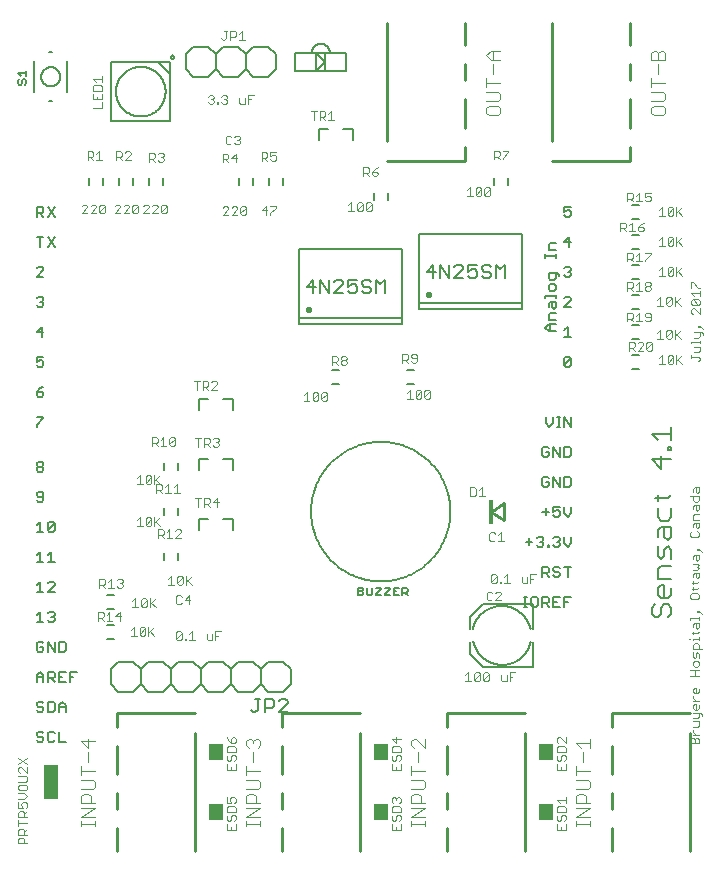
<source format=gto>
G75*
%MOIN*%
%OFA0B0*%
%FSLAX25Y25*%
%IPPOS*%
%LPD*%
%AMOC8*
5,1,8,0,0,1.08239X$1,22.5*
%
%ADD10C,0.00600*%
%ADD11C,0.00300*%
%ADD12C,0.00800*%
%ADD13C,0.01000*%
%ADD14R,0.01181X0.08268*%
%ADD15C,0.00500*%
%ADD16C,0.02174*%
%ADD17C,0.00400*%
%ADD18R,0.04961X0.11811*%
%ADD19R,0.05118X0.05512*%
D10*
X0022467Y0100824D02*
X0021900Y0101391D01*
X0022467Y0100824D02*
X0023601Y0100824D01*
X0024169Y0101391D01*
X0024169Y0101958D01*
X0023601Y0102525D01*
X0022467Y0102525D01*
X0021900Y0103092D01*
X0021900Y0103659D01*
X0022467Y0104227D01*
X0023601Y0104227D01*
X0024169Y0103659D01*
X0025583Y0103659D02*
X0025583Y0101391D01*
X0026150Y0100824D01*
X0027285Y0100824D01*
X0027852Y0101391D01*
X0029266Y0100824D02*
X0031535Y0100824D01*
X0029266Y0100824D02*
X0029266Y0104227D01*
X0027852Y0103659D02*
X0027285Y0104227D01*
X0026150Y0104227D01*
X0025583Y0103659D01*
X0025583Y0110824D02*
X0027285Y0110824D01*
X0027852Y0111391D01*
X0027852Y0113659D01*
X0027285Y0114227D01*
X0025583Y0114227D01*
X0025583Y0110824D01*
X0024169Y0111391D02*
X0023601Y0110824D01*
X0022467Y0110824D01*
X0021900Y0111391D01*
X0022467Y0112525D02*
X0023601Y0112525D01*
X0024169Y0111958D01*
X0024169Y0111391D01*
X0022467Y0112525D02*
X0021900Y0113092D01*
X0021900Y0113659D01*
X0022467Y0114227D01*
X0023601Y0114227D01*
X0024169Y0113659D01*
X0029266Y0113092D02*
X0029266Y0110824D01*
X0029266Y0112525D02*
X0031535Y0112525D01*
X0031535Y0113092D02*
X0031535Y0110824D01*
X0031535Y0113092D02*
X0030401Y0114227D01*
X0029266Y0113092D01*
X0029266Y0120824D02*
X0031535Y0120824D01*
X0032949Y0120824D02*
X0032949Y0124227D01*
X0035218Y0124227D01*
X0034084Y0122525D02*
X0032949Y0122525D01*
X0031535Y0124227D02*
X0029266Y0124227D01*
X0029266Y0120824D01*
X0027852Y0120824D02*
X0026717Y0121958D01*
X0027285Y0121958D02*
X0025583Y0121958D01*
X0025583Y0120824D02*
X0025583Y0124227D01*
X0027285Y0124227D01*
X0027852Y0123659D01*
X0027852Y0122525D01*
X0027285Y0121958D01*
X0029266Y0122525D02*
X0030401Y0122525D01*
X0024169Y0122525D02*
X0021900Y0122525D01*
X0021900Y0123092D02*
X0023034Y0124227D01*
X0024169Y0123092D01*
X0024169Y0120824D01*
X0021900Y0120824D02*
X0021900Y0123092D01*
X0022467Y0130824D02*
X0023601Y0130824D01*
X0024169Y0131391D01*
X0024169Y0132525D01*
X0023034Y0132525D01*
X0021900Y0131391D02*
X0022467Y0130824D01*
X0021900Y0131391D02*
X0021900Y0133659D01*
X0022467Y0134227D01*
X0023601Y0134227D01*
X0024169Y0133659D01*
X0025583Y0134227D02*
X0027852Y0130824D01*
X0027852Y0134227D01*
X0029266Y0134227D02*
X0030968Y0134227D01*
X0031535Y0133659D01*
X0031535Y0131391D01*
X0030968Y0130824D01*
X0029266Y0130824D01*
X0029266Y0134227D01*
X0025583Y0134227D02*
X0025583Y0130824D01*
X0026150Y0140824D02*
X0025583Y0141391D01*
X0026150Y0140824D02*
X0027285Y0140824D01*
X0027852Y0141391D01*
X0027852Y0141958D01*
X0027285Y0142525D01*
X0026717Y0142525D01*
X0027285Y0142525D02*
X0027852Y0143092D01*
X0027852Y0143659D01*
X0027285Y0144227D01*
X0026150Y0144227D01*
X0025583Y0143659D01*
X0023034Y0144227D02*
X0023034Y0140824D01*
X0021900Y0140824D02*
X0024169Y0140824D01*
X0021900Y0143092D02*
X0023034Y0144227D01*
X0023034Y0150824D02*
X0023034Y0154227D01*
X0021900Y0153092D01*
X0021900Y0150824D02*
X0024169Y0150824D01*
X0025583Y0150824D02*
X0027852Y0153092D01*
X0027852Y0153659D01*
X0027285Y0154227D01*
X0026150Y0154227D01*
X0025583Y0153659D01*
X0025583Y0150824D02*
X0027852Y0150824D01*
X0027852Y0160824D02*
X0025583Y0160824D01*
X0026717Y0160824D02*
X0026717Y0164227D01*
X0025583Y0163092D01*
X0024169Y0160824D02*
X0021900Y0160824D01*
X0023034Y0160824D02*
X0023034Y0164227D01*
X0021900Y0163092D01*
X0021900Y0170824D02*
X0024169Y0170824D01*
X0023034Y0170824D02*
X0023034Y0174227D01*
X0021900Y0173092D01*
X0025583Y0173659D02*
X0025583Y0171391D01*
X0027852Y0173659D01*
X0027852Y0171391D01*
X0027285Y0170824D01*
X0026150Y0170824D01*
X0025583Y0171391D01*
X0025583Y0173659D02*
X0026150Y0174227D01*
X0027285Y0174227D01*
X0027852Y0173659D01*
X0023601Y0180824D02*
X0024169Y0181391D01*
X0024169Y0183659D01*
X0023601Y0184227D01*
X0022467Y0184227D01*
X0021900Y0183659D01*
X0021900Y0183092D01*
X0022467Y0182525D01*
X0024169Y0182525D01*
X0023601Y0180824D02*
X0022467Y0180824D01*
X0021900Y0181391D01*
X0022467Y0190824D02*
X0021900Y0191391D01*
X0021900Y0191958D01*
X0022467Y0192525D01*
X0023601Y0192525D01*
X0024169Y0191958D01*
X0024169Y0191391D01*
X0023601Y0190824D01*
X0022467Y0190824D01*
X0022467Y0192525D02*
X0021900Y0193092D01*
X0021900Y0193659D01*
X0022467Y0194227D01*
X0023601Y0194227D01*
X0024169Y0193659D01*
X0024169Y0193092D01*
X0023601Y0192525D01*
X0021900Y0205824D02*
X0021900Y0206391D01*
X0024169Y0208659D01*
X0024169Y0209227D01*
X0021900Y0209227D01*
X0022467Y0215824D02*
X0023601Y0215824D01*
X0024169Y0216391D01*
X0024169Y0216958D01*
X0023601Y0217525D01*
X0021900Y0217525D01*
X0021900Y0216391D01*
X0022467Y0215824D01*
X0021900Y0217525D02*
X0023034Y0218659D01*
X0024169Y0219227D01*
X0023601Y0225824D02*
X0022467Y0225824D01*
X0021900Y0226391D01*
X0021900Y0227525D02*
X0023034Y0228092D01*
X0023601Y0228092D01*
X0024169Y0227525D01*
X0024169Y0226391D01*
X0023601Y0225824D01*
X0021900Y0227525D02*
X0021900Y0229227D01*
X0024169Y0229227D01*
X0023601Y0235824D02*
X0023601Y0239227D01*
X0021900Y0237525D01*
X0024169Y0237525D01*
X0023601Y0245824D02*
X0022467Y0245824D01*
X0021900Y0246391D01*
X0023034Y0247525D02*
X0023601Y0247525D01*
X0024169Y0246958D01*
X0024169Y0246391D01*
X0023601Y0245824D01*
X0023601Y0247525D02*
X0024169Y0248092D01*
X0024169Y0248659D01*
X0023601Y0249227D01*
X0022467Y0249227D01*
X0021900Y0248659D01*
X0021900Y0255824D02*
X0024169Y0258092D01*
X0024169Y0258659D01*
X0023601Y0259227D01*
X0022467Y0259227D01*
X0021900Y0258659D01*
X0021900Y0255824D02*
X0024169Y0255824D01*
X0023034Y0265824D02*
X0023034Y0269227D01*
X0021900Y0269227D02*
X0024169Y0269227D01*
X0025583Y0269227D02*
X0027852Y0265824D01*
X0025583Y0265824D02*
X0027852Y0269227D01*
X0027852Y0275824D02*
X0025583Y0279227D01*
X0024169Y0278659D02*
X0024169Y0277525D01*
X0023601Y0276958D01*
X0021900Y0276958D01*
X0023034Y0276958D02*
X0024169Y0275824D01*
X0025583Y0275824D02*
X0027852Y0279227D01*
X0024169Y0278659D02*
X0023601Y0279227D01*
X0021900Y0279227D01*
X0021900Y0275824D01*
X0039238Y0286343D02*
X0039238Y0288705D01*
X0043962Y0288705D02*
X0043962Y0286343D01*
X0049238Y0286343D02*
X0049238Y0288705D01*
X0053962Y0288705D02*
X0053962Y0286343D01*
X0059238Y0286343D02*
X0059238Y0288705D01*
X0063962Y0288705D02*
X0063962Y0286343D01*
X0089238Y0286343D02*
X0089238Y0288705D01*
X0093962Y0288705D02*
X0093962Y0286343D01*
X0099238Y0286343D02*
X0099238Y0288705D01*
X0103962Y0288705D02*
X0103962Y0286343D01*
X0116000Y0301343D02*
X0116000Y0305124D01*
X0119011Y0305124D01*
X0124091Y0305124D02*
X0127200Y0305124D01*
X0127200Y0301343D01*
X0134238Y0283705D02*
X0134238Y0281343D01*
X0138962Y0281343D02*
X0138962Y0283705D01*
X0149336Y0270043D02*
X0149336Y0245004D01*
X0183765Y0245004D01*
X0183765Y0247035D01*
X0149730Y0247035D01*
X0143765Y0242035D02*
X0109730Y0242035D01*
X0109336Y0240004D02*
X0109336Y0265043D01*
X0143765Y0265043D01*
X0143765Y0242035D01*
X0143765Y0240004D01*
X0109336Y0240004D01*
X0120419Y0224886D02*
X0122781Y0224886D01*
X0122781Y0220161D02*
X0120419Y0220161D01*
X0145419Y0220161D02*
X0147781Y0220161D01*
X0147781Y0224886D02*
X0145419Y0224886D01*
X0149336Y0270043D02*
X0183765Y0270043D01*
X0183765Y0247035D01*
X0191447Y0248680D02*
X0191447Y0249247D01*
X0194850Y0249247D01*
X0194850Y0248680D02*
X0194850Y0249814D01*
X0194283Y0251136D02*
X0193149Y0251136D01*
X0192581Y0251703D01*
X0192581Y0252837D01*
X0193149Y0253404D01*
X0194283Y0253404D01*
X0194850Y0252837D01*
X0194850Y0251703D01*
X0194283Y0251136D01*
X0194283Y0254819D02*
X0193149Y0254819D01*
X0192581Y0255386D01*
X0192581Y0257087D01*
X0195417Y0257087D01*
X0195984Y0256520D01*
X0195984Y0255953D01*
X0194850Y0255386D02*
X0194850Y0257087D01*
X0194850Y0255386D02*
X0194283Y0254819D01*
X0197767Y0256391D02*
X0198334Y0255824D01*
X0199468Y0255824D01*
X0200035Y0256391D01*
X0200035Y0256958D01*
X0199468Y0257525D01*
X0198901Y0257525D01*
X0199468Y0257525D02*
X0200035Y0258092D01*
X0200035Y0258659D01*
X0199468Y0259227D01*
X0198334Y0259227D01*
X0197767Y0258659D01*
X0194850Y0262185D02*
X0194850Y0263319D01*
X0194850Y0262752D02*
X0191447Y0262752D01*
X0191447Y0262185D02*
X0191447Y0263319D01*
X0192581Y0264640D02*
X0192581Y0266342D01*
X0193149Y0266909D01*
X0194850Y0266909D01*
X0194850Y0264640D02*
X0192581Y0264640D01*
X0197767Y0267525D02*
X0200035Y0267525D01*
X0199468Y0265824D02*
X0199468Y0269227D01*
X0197767Y0267525D01*
X0198334Y0275824D02*
X0197767Y0276391D01*
X0198334Y0275824D02*
X0199468Y0275824D01*
X0200035Y0276391D01*
X0200035Y0277525D01*
X0199468Y0278092D01*
X0198901Y0278092D01*
X0197767Y0277525D01*
X0197767Y0279227D01*
X0200035Y0279227D01*
X0220419Y0279886D02*
X0222781Y0279886D01*
X0222781Y0275161D02*
X0220419Y0275161D01*
X0220419Y0269886D02*
X0222781Y0269886D01*
X0222781Y0265161D02*
X0220419Y0265161D01*
X0220419Y0259886D02*
X0222781Y0259886D01*
X0222781Y0255161D02*
X0220419Y0255161D01*
X0220419Y0249886D02*
X0222781Y0249886D01*
X0222781Y0245161D02*
X0220419Y0245161D01*
X0220419Y0239886D02*
X0222781Y0239886D01*
X0222781Y0235161D02*
X0220419Y0235161D01*
X0220419Y0229886D02*
X0222781Y0229886D01*
X0222781Y0225161D02*
X0220419Y0225161D01*
X0233300Y0205648D02*
X0233300Y0201378D01*
X0233300Y0203513D02*
X0226895Y0203513D01*
X0229030Y0201378D01*
X0232232Y0199223D02*
X0233300Y0199223D01*
X0233300Y0198155D01*
X0232232Y0198155D01*
X0232232Y0199223D01*
X0230097Y0195980D02*
X0230097Y0191710D01*
X0226895Y0194912D01*
X0233300Y0194912D01*
X0233300Y0183102D02*
X0232232Y0182035D01*
X0227962Y0182035D01*
X0229030Y0183102D02*
X0229030Y0180967D01*
X0229030Y0178792D02*
X0229030Y0175589D01*
X0230097Y0174522D01*
X0232232Y0174522D01*
X0233300Y0175589D01*
X0233300Y0178792D01*
X0233300Y0172347D02*
X0230097Y0172347D01*
X0229030Y0171279D01*
X0229030Y0169144D01*
X0231165Y0169144D02*
X0231165Y0172347D01*
X0233300Y0172347D02*
X0233300Y0169144D01*
X0232232Y0168076D01*
X0231165Y0169144D01*
X0232232Y0165901D02*
X0231165Y0164834D01*
X0231165Y0162698D01*
X0230097Y0161631D01*
X0229030Y0162698D01*
X0229030Y0165901D01*
X0232232Y0165901D02*
X0233300Y0164834D01*
X0233300Y0161631D01*
X0233300Y0159456D02*
X0230097Y0159456D01*
X0229030Y0158388D01*
X0229030Y0155185D01*
X0233300Y0155185D01*
X0231165Y0153010D02*
X0231165Y0148740D01*
X0232232Y0148740D02*
X0230097Y0148740D01*
X0229030Y0149807D01*
X0229030Y0151943D01*
X0230097Y0153010D01*
X0231165Y0153010D01*
X0233300Y0151943D02*
X0233300Y0149807D01*
X0232232Y0148740D01*
X0232232Y0146565D02*
X0231165Y0146565D01*
X0230097Y0145497D01*
X0230097Y0143362D01*
X0229030Y0142294D01*
X0227962Y0142294D01*
X0226895Y0143362D01*
X0226895Y0145497D01*
X0227962Y0146565D01*
X0232232Y0146565D02*
X0233300Y0145497D01*
X0233300Y0143362D01*
X0232232Y0142294D01*
X0200035Y0149227D02*
X0197767Y0149227D01*
X0197767Y0145824D01*
X0196352Y0145824D02*
X0194084Y0145824D01*
X0194084Y0149227D01*
X0196352Y0149227D01*
X0195218Y0147525D02*
X0194084Y0147525D01*
X0192669Y0147525D02*
X0192669Y0148659D01*
X0192102Y0149227D01*
X0190401Y0149227D01*
X0190401Y0145824D01*
X0190401Y0146958D02*
X0192102Y0146958D01*
X0192669Y0147525D01*
X0191535Y0146958D02*
X0192669Y0145824D01*
X0188986Y0146391D02*
X0188986Y0148659D01*
X0188419Y0149227D01*
X0187285Y0149227D01*
X0186717Y0148659D01*
X0186717Y0146391D01*
X0187285Y0145824D01*
X0188419Y0145824D01*
X0188986Y0146391D01*
X0185396Y0145824D02*
X0184262Y0145824D01*
X0184829Y0145824D02*
X0184829Y0149227D01*
X0184262Y0149227D02*
X0185396Y0149227D01*
X0190401Y0155824D02*
X0190401Y0159227D01*
X0192102Y0159227D01*
X0192669Y0158659D01*
X0192669Y0157525D01*
X0192102Y0156958D01*
X0190401Y0156958D01*
X0191535Y0156958D02*
X0192669Y0155824D01*
X0194084Y0156391D02*
X0194651Y0155824D01*
X0195785Y0155824D01*
X0196352Y0156391D01*
X0196352Y0156958D01*
X0195785Y0157525D01*
X0194651Y0157525D01*
X0194084Y0158092D01*
X0194084Y0158659D01*
X0194651Y0159227D01*
X0195785Y0159227D01*
X0196352Y0158659D01*
X0197767Y0159227D02*
X0200035Y0159227D01*
X0198901Y0159227D02*
X0198901Y0155824D01*
X0198901Y0147525D02*
X0197767Y0147525D01*
X0198901Y0165824D02*
X0197767Y0166958D01*
X0197767Y0169227D01*
X0196352Y0168659D02*
X0196352Y0168092D01*
X0195785Y0167525D01*
X0196352Y0166958D01*
X0196352Y0166391D01*
X0195785Y0165824D01*
X0194651Y0165824D01*
X0194084Y0166391D01*
X0192809Y0166391D02*
X0192809Y0165824D01*
X0192242Y0165824D01*
X0192242Y0166391D01*
X0192809Y0166391D01*
X0190828Y0166391D02*
X0190260Y0165824D01*
X0189126Y0165824D01*
X0188559Y0166391D01*
X0189693Y0167525D02*
X0190260Y0167525D01*
X0190828Y0166958D01*
X0190828Y0166391D01*
X0190260Y0167525D02*
X0190828Y0168092D01*
X0190828Y0168659D01*
X0190260Y0169227D01*
X0189126Y0169227D01*
X0188559Y0168659D01*
X0187144Y0167525D02*
X0184876Y0167525D01*
X0186010Y0168659D02*
X0186010Y0166391D01*
X0194084Y0168659D02*
X0194651Y0169227D01*
X0195785Y0169227D01*
X0196352Y0168659D01*
X0195785Y0167525D02*
X0195218Y0167525D01*
X0198901Y0165824D02*
X0200035Y0166958D01*
X0200035Y0169227D01*
X0198901Y0175824D02*
X0200035Y0176958D01*
X0200035Y0179227D01*
X0197767Y0179227D02*
X0197767Y0176958D01*
X0198901Y0175824D01*
X0196352Y0176391D02*
X0195785Y0175824D01*
X0194651Y0175824D01*
X0194084Y0176391D01*
X0194084Y0177525D02*
X0195218Y0178092D01*
X0195785Y0178092D01*
X0196352Y0177525D01*
X0196352Y0176391D01*
X0194084Y0177525D02*
X0194084Y0179227D01*
X0196352Y0179227D01*
X0192669Y0177525D02*
X0190401Y0177525D01*
X0191535Y0178659D02*
X0191535Y0176391D01*
X0190968Y0185824D02*
X0192102Y0185824D01*
X0192669Y0186391D01*
X0192669Y0187525D01*
X0191535Y0187525D01*
X0192669Y0188659D02*
X0192102Y0189227D01*
X0190968Y0189227D01*
X0190401Y0188659D01*
X0190401Y0186391D01*
X0190968Y0185824D01*
X0194084Y0185824D02*
X0194084Y0189227D01*
X0196352Y0185824D01*
X0196352Y0189227D01*
X0197767Y0189227D02*
X0199468Y0189227D01*
X0200035Y0188659D01*
X0200035Y0186391D01*
X0199468Y0185824D01*
X0197767Y0185824D01*
X0197767Y0189227D01*
X0197767Y0195824D02*
X0199468Y0195824D01*
X0200035Y0196391D01*
X0200035Y0198659D01*
X0199468Y0199227D01*
X0197767Y0199227D01*
X0197767Y0195824D01*
X0196352Y0195824D02*
X0196352Y0199227D01*
X0194084Y0199227D02*
X0194084Y0195824D01*
X0192669Y0196391D02*
X0192669Y0197525D01*
X0191535Y0197525D01*
X0192669Y0196391D02*
X0192102Y0195824D01*
X0190968Y0195824D01*
X0190401Y0196391D01*
X0190401Y0198659D01*
X0190968Y0199227D01*
X0192102Y0199227D01*
X0192669Y0198659D01*
X0194084Y0199227D02*
X0196352Y0195824D01*
X0196446Y0205824D02*
X0195311Y0205824D01*
X0195879Y0205824D02*
X0195879Y0209227D01*
X0196446Y0209227D02*
X0195311Y0209227D01*
X0193897Y0209227D02*
X0193897Y0206958D01*
X0192763Y0205824D01*
X0191628Y0206958D01*
X0191628Y0209227D01*
X0197767Y0209227D02*
X0197767Y0205824D01*
X0200035Y0205824D02*
X0197767Y0209227D01*
X0200035Y0209227D02*
X0200035Y0205824D01*
X0199468Y0225824D02*
X0198334Y0225824D01*
X0197767Y0226391D01*
X0200035Y0228659D01*
X0200035Y0226391D01*
X0199468Y0225824D01*
X0197767Y0226391D02*
X0197767Y0228659D01*
X0198334Y0229227D01*
X0199468Y0229227D01*
X0200035Y0228659D01*
X0200035Y0235824D02*
X0197767Y0235824D01*
X0198901Y0235824D02*
X0198901Y0239227D01*
X0197767Y0238092D01*
X0194850Y0237631D02*
X0192581Y0237631D01*
X0191447Y0238765D01*
X0192581Y0239899D01*
X0194850Y0239899D01*
X0194850Y0241314D02*
X0192581Y0241314D01*
X0192581Y0243015D01*
X0193149Y0243582D01*
X0194850Y0243582D01*
X0194283Y0244997D02*
X0193716Y0245564D01*
X0193716Y0247266D01*
X0193149Y0247266D02*
X0194850Y0247266D01*
X0194850Y0245564D01*
X0194283Y0244997D01*
X0192581Y0245564D02*
X0192581Y0246698D01*
X0193149Y0247266D01*
X0197767Y0248659D02*
X0198334Y0249227D01*
X0199468Y0249227D01*
X0200035Y0248659D01*
X0200035Y0248092D01*
X0197767Y0245824D01*
X0200035Y0245824D01*
X0193149Y0239899D02*
X0193149Y0237631D01*
X0178962Y0286343D02*
X0178962Y0288705D01*
X0174238Y0288705D02*
X0174238Y0286343D01*
X0101600Y0325024D02*
X0099100Y0322524D01*
X0094100Y0322524D01*
X0091600Y0325024D01*
X0089100Y0322524D01*
X0084100Y0322524D01*
X0081600Y0325024D01*
X0079100Y0322524D01*
X0074100Y0322524D01*
X0071600Y0325024D01*
X0071600Y0330024D01*
X0074100Y0332524D01*
X0079100Y0332524D01*
X0081600Y0330024D01*
X0084100Y0332524D01*
X0089100Y0332524D01*
X0091600Y0330024D01*
X0094100Y0332524D01*
X0099100Y0332524D01*
X0101600Y0330024D01*
X0101600Y0325024D01*
X0091600Y0325024D02*
X0091600Y0330024D01*
X0081600Y0330024D02*
X0081600Y0325024D01*
X0018300Y0324558D02*
X0018300Y0322824D01*
X0018300Y0323691D02*
X0015698Y0323691D01*
X0016565Y0322824D01*
X0016131Y0321612D02*
X0015698Y0321178D01*
X0015698Y0320311D01*
X0016131Y0319877D01*
X0016565Y0319877D01*
X0016999Y0320311D01*
X0016999Y0321178D01*
X0017433Y0321612D01*
X0017866Y0321612D01*
X0018300Y0321178D01*
X0018300Y0320311D01*
X0017866Y0319877D01*
X0076000Y0215124D02*
X0079011Y0215124D01*
X0076000Y0215124D02*
X0076000Y0211343D01*
X0084091Y0215124D02*
X0087200Y0215124D01*
X0087200Y0211343D01*
X0087200Y0195124D02*
X0084091Y0195124D01*
X0087200Y0195124D02*
X0087200Y0191343D01*
X0079011Y0195124D02*
X0076000Y0195124D01*
X0076000Y0191343D01*
X0068962Y0191343D02*
X0068962Y0193705D01*
X0064238Y0193705D02*
X0064238Y0191343D01*
X0064238Y0178705D02*
X0064238Y0176343D01*
X0068962Y0176343D02*
X0068962Y0178705D01*
X0076000Y0175124D02*
X0076000Y0171343D01*
X0076000Y0175124D02*
X0079011Y0175124D01*
X0084091Y0175124D02*
X0087200Y0175124D01*
X0087200Y0171343D01*
X0068962Y0163705D02*
X0068962Y0161343D01*
X0064238Y0161343D02*
X0064238Y0163705D01*
X0047781Y0149886D02*
X0045419Y0149886D01*
X0045419Y0145161D02*
X0047781Y0145161D01*
X0047781Y0139886D02*
X0045419Y0139886D01*
X0045419Y0135161D02*
X0047781Y0135161D01*
X0049100Y0127524D02*
X0054100Y0127524D01*
X0056600Y0125024D01*
X0059100Y0127524D01*
X0064100Y0127524D01*
X0066600Y0125024D01*
X0069100Y0127524D01*
X0074100Y0127524D01*
X0076600Y0125024D01*
X0079100Y0127524D01*
X0084100Y0127524D01*
X0086600Y0125024D01*
X0089100Y0127524D01*
X0094100Y0127524D01*
X0096600Y0125024D01*
X0099100Y0127524D01*
X0104100Y0127524D01*
X0106600Y0125024D01*
X0106600Y0120024D01*
X0104100Y0117524D01*
X0099100Y0117524D01*
X0096600Y0120024D01*
X0094100Y0117524D01*
X0089100Y0117524D01*
X0086600Y0120024D01*
X0086600Y0125024D01*
X0086600Y0120024D02*
X0084100Y0117524D01*
X0079100Y0117524D01*
X0076600Y0120024D01*
X0074100Y0117524D01*
X0069100Y0117524D01*
X0066600Y0120024D01*
X0064100Y0117524D01*
X0059100Y0117524D01*
X0056600Y0120024D01*
X0054100Y0117524D01*
X0049100Y0117524D01*
X0046600Y0120024D01*
X0046600Y0125024D01*
X0049100Y0127524D01*
X0056600Y0125024D02*
X0056600Y0120024D01*
X0066600Y0120024D02*
X0066600Y0125024D01*
X0076600Y0125024D02*
X0076600Y0120024D01*
X0096600Y0120024D02*
X0096600Y0125024D01*
X0129060Y0149624D02*
X0130362Y0149624D01*
X0130795Y0150057D01*
X0130795Y0150491D01*
X0130362Y0150925D01*
X0129060Y0150925D01*
X0129060Y0149624D02*
X0129060Y0152226D01*
X0130362Y0152226D01*
X0130795Y0151792D01*
X0130795Y0151358D01*
X0130362Y0150925D01*
X0132007Y0150057D02*
X0132007Y0152226D01*
X0133742Y0152226D02*
X0133742Y0150057D01*
X0133308Y0149624D01*
X0132441Y0149624D01*
X0132007Y0150057D01*
X0134953Y0150057D02*
X0134953Y0149624D01*
X0136688Y0149624D01*
X0137900Y0149624D02*
X0139635Y0149624D01*
X0140847Y0149624D02*
X0140847Y0152226D01*
X0142581Y0152226D01*
X0143793Y0152226D02*
X0143793Y0149624D01*
X0143793Y0150491D02*
X0145094Y0150491D01*
X0145528Y0150925D01*
X0145528Y0151792D01*
X0145094Y0152226D01*
X0143793Y0152226D01*
X0144660Y0150491D02*
X0145528Y0149624D01*
X0142581Y0149624D02*
X0140847Y0149624D01*
X0140847Y0150925D02*
X0141714Y0150925D01*
X0139635Y0151792D02*
X0137900Y0150057D01*
X0137900Y0149624D01*
X0136688Y0151792D02*
X0134953Y0150057D01*
X0134953Y0152226D02*
X0136688Y0152226D01*
X0136688Y0151792D01*
X0137900Y0152226D02*
X0139635Y0152226D01*
X0139635Y0151792D01*
D11*
X0015842Y0068360D02*
X0015842Y0066909D01*
X0018744Y0066909D01*
X0017777Y0066909D02*
X0017777Y0068360D01*
X0017293Y0068844D01*
X0016326Y0068844D01*
X0015842Y0068360D01*
X0015842Y0069856D02*
X0015842Y0071307D01*
X0016326Y0071791D01*
X0017293Y0071791D01*
X0017777Y0071307D01*
X0017777Y0069856D01*
X0017777Y0070823D02*
X0018744Y0071791D01*
X0018744Y0069856D02*
X0015842Y0069856D01*
X0015842Y0072802D02*
X0015842Y0074737D01*
X0015842Y0073770D02*
X0018744Y0073770D01*
X0018744Y0075749D02*
X0015842Y0075749D01*
X0015842Y0077200D01*
X0016326Y0077684D01*
X0017293Y0077684D01*
X0017777Y0077200D01*
X0017777Y0075749D01*
X0017777Y0076716D02*
X0018744Y0077684D01*
X0018261Y0078695D02*
X0018744Y0079179D01*
X0018744Y0080147D01*
X0018261Y0080630D01*
X0017293Y0080630D01*
X0016810Y0080147D01*
X0016810Y0079663D01*
X0017293Y0078695D01*
X0015842Y0078695D01*
X0015842Y0080630D01*
X0015842Y0081642D02*
X0017777Y0081642D01*
X0018744Y0082609D01*
X0017777Y0083577D01*
X0015842Y0083577D01*
X0016326Y0084588D02*
X0018261Y0084588D01*
X0018744Y0085072D01*
X0018744Y0086040D01*
X0018261Y0086523D01*
X0016326Y0086523D01*
X0015842Y0086040D01*
X0015842Y0085072D01*
X0016326Y0084588D01*
X0015842Y0087535D02*
X0018261Y0087535D01*
X0018744Y0088019D01*
X0018744Y0088986D01*
X0018261Y0089470D01*
X0015842Y0089470D01*
X0016326Y0090481D02*
X0015842Y0090965D01*
X0015842Y0091933D01*
X0016326Y0092416D01*
X0016810Y0092416D01*
X0018744Y0090481D01*
X0018744Y0092416D01*
X0018744Y0093428D02*
X0015842Y0095363D01*
X0015842Y0093428D02*
X0018744Y0095363D01*
X0042250Y0141174D02*
X0042250Y0144076D01*
X0043701Y0144076D01*
X0044185Y0143592D01*
X0044185Y0142625D01*
X0043701Y0142141D01*
X0042250Y0142141D01*
X0043217Y0142141D02*
X0044185Y0141174D01*
X0045197Y0141174D02*
X0047131Y0141174D01*
X0046164Y0141174D02*
X0046164Y0144076D01*
X0045197Y0143109D01*
X0048143Y0142625D02*
X0050078Y0142625D01*
X0049594Y0144076D02*
X0048143Y0142625D01*
X0049594Y0141174D02*
X0049594Y0144076D01*
X0053750Y0145674D02*
X0055685Y0145674D01*
X0054717Y0145674D02*
X0054717Y0148576D01*
X0053750Y0147609D01*
X0056697Y0148092D02*
X0057180Y0148576D01*
X0058148Y0148576D01*
X0058631Y0148092D01*
X0056697Y0146157D01*
X0057180Y0145674D01*
X0058148Y0145674D01*
X0058631Y0146157D01*
X0058631Y0148092D01*
X0059643Y0148576D02*
X0059643Y0145674D01*
X0059643Y0146641D02*
X0061578Y0148576D01*
X0060127Y0147125D02*
X0061578Y0145674D01*
X0056697Y0146157D02*
X0056697Y0148092D01*
X0050578Y0152657D02*
X0050094Y0152174D01*
X0049127Y0152174D01*
X0048643Y0152657D01*
X0047631Y0152174D02*
X0045697Y0152174D01*
X0046664Y0152174D02*
X0046664Y0155076D01*
X0045697Y0154109D01*
X0044685Y0154592D02*
X0044201Y0155076D01*
X0042750Y0155076D01*
X0042750Y0152174D01*
X0042750Y0153141D02*
X0044201Y0153141D01*
X0044685Y0153625D01*
X0044685Y0154592D01*
X0043717Y0153141D02*
X0044685Y0152174D01*
X0048643Y0154592D02*
X0049127Y0155076D01*
X0050094Y0155076D01*
X0050578Y0154592D01*
X0050578Y0154109D01*
X0050094Y0153625D01*
X0050578Y0153141D01*
X0050578Y0152657D01*
X0050094Y0153625D02*
X0049611Y0153625D01*
X0054217Y0139076D02*
X0054217Y0136174D01*
X0053250Y0136174D02*
X0055185Y0136174D01*
X0056197Y0136657D02*
X0056197Y0138592D01*
X0056680Y0139076D01*
X0057648Y0139076D01*
X0058131Y0138592D01*
X0056197Y0136657D01*
X0056680Y0136174D01*
X0057648Y0136174D01*
X0058131Y0136657D01*
X0058131Y0138592D01*
X0059143Y0139076D02*
X0059143Y0136174D01*
X0059143Y0137141D02*
X0061078Y0139076D01*
X0059627Y0137625D02*
X0061078Y0136174D01*
X0068250Y0137092D02*
X0068734Y0137576D01*
X0069701Y0137576D01*
X0070185Y0137092D01*
X0068250Y0135157D01*
X0068734Y0134674D01*
X0069701Y0134674D01*
X0070185Y0135157D01*
X0070185Y0137092D01*
X0068250Y0137092D02*
X0068250Y0135157D01*
X0071197Y0135157D02*
X0071680Y0135157D01*
X0071680Y0134674D01*
X0071197Y0134674D01*
X0071197Y0135157D01*
X0072670Y0134674D02*
X0074605Y0134674D01*
X0073637Y0134674D02*
X0073637Y0137576D01*
X0072670Y0136609D01*
X0078563Y0136609D02*
X0078563Y0135157D01*
X0079047Y0134674D01*
X0080498Y0134674D01*
X0080498Y0136609D01*
X0081509Y0136125D02*
X0082477Y0136125D01*
X0083444Y0137576D02*
X0081509Y0137576D01*
X0081509Y0134674D01*
X0072648Y0146674D02*
X0072648Y0149576D01*
X0071197Y0148125D01*
X0073131Y0148125D01*
X0073578Y0153174D02*
X0072127Y0154625D01*
X0071643Y0154141D02*
X0073578Y0156076D01*
X0071643Y0156076D02*
X0071643Y0153174D01*
X0070631Y0153657D02*
X0070148Y0153174D01*
X0069180Y0153174D01*
X0068697Y0153657D01*
X0070631Y0155592D01*
X0070631Y0153657D01*
X0068697Y0153657D02*
X0068697Y0155592D01*
X0069180Y0156076D01*
X0070148Y0156076D01*
X0070631Y0155592D01*
X0067685Y0153174D02*
X0065750Y0153174D01*
X0066717Y0153174D02*
X0066717Y0156076D01*
X0065750Y0155109D01*
X0068734Y0149576D02*
X0068250Y0149092D01*
X0068250Y0147157D01*
X0068734Y0146674D01*
X0069701Y0146674D01*
X0070185Y0147157D01*
X0070185Y0149092D02*
X0069701Y0149576D01*
X0068734Y0149576D01*
X0068143Y0168674D02*
X0070078Y0170609D01*
X0070078Y0171092D01*
X0069594Y0171576D01*
X0068627Y0171576D01*
X0068143Y0171092D01*
X0066164Y0171576D02*
X0066164Y0168674D01*
X0065197Y0168674D02*
X0067131Y0168674D01*
X0068143Y0168674D02*
X0070078Y0168674D01*
X0066164Y0171576D02*
X0065197Y0170609D01*
X0064185Y0171092D02*
X0064185Y0170125D01*
X0063701Y0169641D01*
X0062250Y0169641D01*
X0062250Y0168674D02*
X0062250Y0171576D01*
X0063701Y0171576D01*
X0064185Y0171092D01*
X0063217Y0169641D02*
X0064185Y0168674D01*
X0063078Y0172674D02*
X0061627Y0174125D01*
X0061143Y0173641D02*
X0063078Y0175576D01*
X0061143Y0175576D02*
X0061143Y0172674D01*
X0060131Y0173157D02*
X0059648Y0172674D01*
X0058680Y0172674D01*
X0058197Y0173157D01*
X0060131Y0175092D01*
X0060131Y0173157D01*
X0058197Y0173157D02*
X0058197Y0175092D01*
X0058680Y0175576D01*
X0059648Y0175576D01*
X0060131Y0175092D01*
X0057185Y0172674D02*
X0055250Y0172674D01*
X0056217Y0172674D02*
X0056217Y0175576D01*
X0055250Y0174609D01*
X0061750Y0183674D02*
X0061750Y0186576D01*
X0063201Y0186576D01*
X0063685Y0186092D01*
X0063685Y0185125D01*
X0063201Y0184641D01*
X0061750Y0184641D01*
X0062717Y0184641D02*
X0063685Y0183674D01*
X0064697Y0183674D02*
X0066631Y0183674D01*
X0065664Y0183674D02*
X0065664Y0186576D01*
X0064697Y0185609D01*
X0063078Y0186674D02*
X0061627Y0188125D01*
X0061143Y0187641D02*
X0063078Y0189576D01*
X0061143Y0189576D02*
X0061143Y0186674D01*
X0060131Y0187157D02*
X0059648Y0186674D01*
X0058680Y0186674D01*
X0058197Y0187157D01*
X0060131Y0189092D01*
X0060131Y0187157D01*
X0058197Y0187157D02*
X0058197Y0189092D01*
X0058680Y0189576D01*
X0059648Y0189576D01*
X0060131Y0189092D01*
X0057185Y0186674D02*
X0055250Y0186674D01*
X0056217Y0186674D02*
X0056217Y0189576D01*
X0055250Y0188609D01*
X0060250Y0199424D02*
X0060250Y0202326D01*
X0061701Y0202326D01*
X0062185Y0201842D01*
X0062185Y0200875D01*
X0061701Y0200391D01*
X0060250Y0200391D01*
X0061217Y0200391D02*
X0062185Y0199424D01*
X0063197Y0199424D02*
X0065131Y0199424D01*
X0064164Y0199424D02*
X0064164Y0202326D01*
X0063197Y0201359D01*
X0066143Y0201842D02*
X0066143Y0199907D01*
X0068078Y0201842D01*
X0068078Y0199907D01*
X0067594Y0199424D01*
X0066627Y0199424D01*
X0066143Y0199907D01*
X0066143Y0201842D02*
X0066627Y0202326D01*
X0067594Y0202326D01*
X0068078Y0201842D01*
X0074750Y0202076D02*
X0076685Y0202076D01*
X0075717Y0202076D02*
X0075717Y0199174D01*
X0077697Y0199174D02*
X0077697Y0202076D01*
X0079148Y0202076D01*
X0079631Y0201592D01*
X0079631Y0200625D01*
X0079148Y0200141D01*
X0077697Y0200141D01*
X0078664Y0200141D02*
X0079631Y0199174D01*
X0080643Y0199657D02*
X0081127Y0199174D01*
X0082094Y0199174D01*
X0082578Y0199657D01*
X0082578Y0200141D01*
X0082094Y0200625D01*
X0081611Y0200625D01*
X0082094Y0200625D02*
X0082578Y0201109D01*
X0082578Y0201592D01*
X0082094Y0202076D01*
X0081127Y0202076D01*
X0080643Y0201592D01*
X0080143Y0218174D02*
X0082078Y0220109D01*
X0082078Y0220592D01*
X0081594Y0221076D01*
X0080627Y0221076D01*
X0080143Y0220592D01*
X0079131Y0220592D02*
X0079131Y0219625D01*
X0078648Y0219141D01*
X0077197Y0219141D01*
X0078164Y0219141D02*
X0079131Y0218174D01*
X0080143Y0218174D02*
X0082078Y0218174D01*
X0079131Y0220592D02*
X0078648Y0221076D01*
X0077197Y0221076D01*
X0077197Y0218174D01*
X0075217Y0218174D02*
X0075217Y0221076D01*
X0074250Y0221076D02*
X0076185Y0221076D01*
X0068611Y0186576D02*
X0068611Y0183674D01*
X0069578Y0183674D02*
X0067643Y0183674D01*
X0067643Y0185609D02*
X0068611Y0186576D01*
X0074750Y0182076D02*
X0076685Y0182076D01*
X0075717Y0182076D02*
X0075717Y0179174D01*
X0077697Y0179174D02*
X0077697Y0182076D01*
X0079148Y0182076D01*
X0079631Y0181592D01*
X0079631Y0180625D01*
X0079148Y0180141D01*
X0077697Y0180141D01*
X0078664Y0180141D02*
X0079631Y0179174D01*
X0080643Y0180625D02*
X0082578Y0180625D01*
X0082094Y0182076D02*
X0080643Y0180625D01*
X0082094Y0179174D02*
X0082094Y0182076D01*
X0110910Y0214474D02*
X0112845Y0214474D01*
X0111878Y0214474D02*
X0111878Y0217376D01*
X0110910Y0216409D01*
X0113857Y0216892D02*
X0114341Y0217376D01*
X0115308Y0217376D01*
X0115792Y0216892D01*
X0113857Y0214957D01*
X0114341Y0214474D01*
X0115308Y0214474D01*
X0115792Y0214957D01*
X0115792Y0216892D01*
X0116803Y0216892D02*
X0117287Y0217376D01*
X0118255Y0217376D01*
X0118738Y0216892D01*
X0116803Y0214957D01*
X0117287Y0214474D01*
X0118255Y0214474D01*
X0118738Y0214957D01*
X0118738Y0216892D01*
X0116803Y0216892D02*
X0116803Y0214957D01*
X0113857Y0214957D02*
X0113857Y0216892D01*
X0120357Y0226474D02*
X0120357Y0229376D01*
X0121808Y0229376D01*
X0122292Y0228892D01*
X0122292Y0227925D01*
X0121808Y0227441D01*
X0120357Y0227441D01*
X0121324Y0227441D02*
X0122292Y0226474D01*
X0123303Y0226957D02*
X0123303Y0227441D01*
X0123787Y0227925D01*
X0124755Y0227925D01*
X0125238Y0227441D01*
X0125238Y0226957D01*
X0124755Y0226474D01*
X0123787Y0226474D01*
X0123303Y0226957D01*
X0123787Y0227925D02*
X0123303Y0228409D01*
X0123303Y0228892D01*
X0123787Y0229376D01*
X0124755Y0229376D01*
X0125238Y0228892D01*
X0125238Y0228409D01*
X0124755Y0227925D01*
X0143750Y0228141D02*
X0145201Y0228141D01*
X0145685Y0228625D01*
X0145685Y0229592D01*
X0145201Y0230076D01*
X0143750Y0230076D01*
X0143750Y0227174D01*
X0144717Y0228141D02*
X0145685Y0227174D01*
X0146697Y0227657D02*
X0147180Y0227174D01*
X0148148Y0227174D01*
X0148631Y0227657D01*
X0148631Y0229592D01*
X0148148Y0230076D01*
X0147180Y0230076D01*
X0146697Y0229592D01*
X0146697Y0229109D01*
X0147180Y0228625D01*
X0148631Y0228625D01*
X0148680Y0218076D02*
X0148197Y0217592D01*
X0148197Y0215657D01*
X0150131Y0217592D01*
X0150131Y0215657D01*
X0149648Y0215174D01*
X0148680Y0215174D01*
X0148197Y0215657D01*
X0147185Y0215174D02*
X0145250Y0215174D01*
X0146217Y0215174D02*
X0146217Y0218076D01*
X0145250Y0217109D01*
X0148680Y0218076D02*
X0149648Y0218076D01*
X0150131Y0217592D01*
X0151143Y0217592D02*
X0151627Y0218076D01*
X0152594Y0218076D01*
X0153078Y0217592D01*
X0151143Y0215657D01*
X0151627Y0215174D01*
X0152594Y0215174D01*
X0153078Y0215657D01*
X0153078Y0217592D01*
X0151143Y0217592D02*
X0151143Y0215657D01*
X0166356Y0185639D02*
X0167808Y0185639D01*
X0168291Y0185155D01*
X0168291Y0183220D01*
X0167808Y0182737D01*
X0166356Y0182737D01*
X0166356Y0185639D01*
X0169303Y0184672D02*
X0170270Y0185639D01*
X0170270Y0182737D01*
X0169303Y0182737D02*
X0171238Y0182737D01*
X0173234Y0170576D02*
X0172750Y0170092D01*
X0172750Y0168157D01*
X0173234Y0167674D01*
X0174201Y0167674D01*
X0174685Y0168157D01*
X0175697Y0167674D02*
X0177631Y0167674D01*
X0176664Y0167674D02*
X0176664Y0170576D01*
X0175697Y0169609D01*
X0174685Y0170092D02*
X0174201Y0170576D01*
X0173234Y0170576D01*
X0173734Y0156576D02*
X0173250Y0156092D01*
X0173250Y0154157D01*
X0175185Y0156092D01*
X0175185Y0154157D01*
X0174701Y0153674D01*
X0173734Y0153674D01*
X0173250Y0154157D01*
X0173734Y0156576D02*
X0174701Y0156576D01*
X0175185Y0156092D01*
X0176197Y0154157D02*
X0176680Y0154157D01*
X0176680Y0153674D01*
X0176197Y0153674D01*
X0176197Y0154157D01*
X0177670Y0153674D02*
X0179605Y0153674D01*
X0178637Y0153674D02*
X0178637Y0156576D01*
X0177670Y0155609D01*
X0176255Y0150876D02*
X0175287Y0150876D01*
X0174803Y0150392D01*
X0173792Y0150392D02*
X0173308Y0150876D01*
X0172341Y0150876D01*
X0171857Y0150392D01*
X0171857Y0148457D01*
X0172341Y0147974D01*
X0173308Y0147974D01*
X0173792Y0148457D01*
X0174803Y0147974D02*
X0176738Y0149909D01*
X0176738Y0150392D01*
X0176255Y0150876D01*
X0176738Y0147974D02*
X0174803Y0147974D01*
X0183563Y0154157D02*
X0184047Y0153674D01*
X0185498Y0153674D01*
X0185498Y0155609D01*
X0186509Y0155125D02*
X0187477Y0155125D01*
X0188444Y0156576D02*
X0186509Y0156576D01*
X0186509Y0153674D01*
X0183563Y0154157D02*
X0183563Y0155609D01*
X0181475Y0123959D02*
X0179540Y0123959D01*
X0179540Y0121056D01*
X0178528Y0121056D02*
X0178528Y0122991D01*
X0179540Y0122508D02*
X0180507Y0122508D01*
X0178528Y0121056D02*
X0177077Y0121056D01*
X0176593Y0121540D01*
X0176593Y0122991D01*
X0172635Y0123475D02*
X0172635Y0121540D01*
X0172151Y0121056D01*
X0171184Y0121056D01*
X0170700Y0121540D01*
X0172635Y0123475D01*
X0172151Y0123959D01*
X0171184Y0123959D01*
X0170700Y0123475D01*
X0170700Y0121540D01*
X0169689Y0121540D02*
X0169205Y0121056D01*
X0168237Y0121056D01*
X0167754Y0121540D01*
X0169689Y0123475D01*
X0169689Y0121540D01*
X0169689Y0123475D02*
X0169205Y0123959D01*
X0168237Y0123959D01*
X0167754Y0123475D01*
X0167754Y0121540D01*
X0166742Y0121056D02*
X0164807Y0121056D01*
X0165775Y0121056D02*
X0165775Y0123959D01*
X0164807Y0122991D01*
X0143193Y0101808D02*
X0140291Y0101808D01*
X0141742Y0100357D01*
X0141742Y0102292D01*
X0140775Y0099345D02*
X0140291Y0098862D01*
X0140291Y0097411D01*
X0143193Y0097411D01*
X0143193Y0098862D01*
X0142710Y0099345D01*
X0140775Y0099345D01*
X0140775Y0096399D02*
X0140291Y0095915D01*
X0140291Y0094948D01*
X0140775Y0094464D01*
X0141258Y0094464D01*
X0141742Y0094948D01*
X0141742Y0095915D01*
X0142226Y0096399D01*
X0142710Y0096399D01*
X0143193Y0095915D01*
X0143193Y0094948D01*
X0142710Y0094464D01*
X0143193Y0093452D02*
X0143193Y0091517D01*
X0140291Y0091517D01*
X0140291Y0093452D01*
X0141742Y0092485D02*
X0141742Y0091517D01*
X0141258Y0082292D02*
X0141742Y0081808D01*
X0142226Y0082292D01*
X0142710Y0082292D01*
X0143193Y0081808D01*
X0143193Y0080841D01*
X0142710Y0080357D01*
X0142710Y0079345D02*
X0140775Y0079345D01*
X0140291Y0078862D01*
X0140291Y0077411D01*
X0143193Y0077411D01*
X0143193Y0078862D01*
X0142710Y0079345D01*
X0140775Y0080357D02*
X0140291Y0080841D01*
X0140291Y0081808D01*
X0140775Y0082292D01*
X0141258Y0082292D01*
X0141742Y0081808D02*
X0141742Y0081325D01*
X0142226Y0076399D02*
X0142710Y0076399D01*
X0143193Y0075915D01*
X0143193Y0074948D01*
X0142710Y0074464D01*
X0141742Y0074948D02*
X0141742Y0075915D01*
X0142226Y0076399D01*
X0140775Y0076399D02*
X0140291Y0075915D01*
X0140291Y0074948D01*
X0140775Y0074464D01*
X0141258Y0074464D01*
X0141742Y0074948D01*
X0140291Y0073452D02*
X0140291Y0071517D01*
X0143193Y0071517D01*
X0143193Y0073452D01*
X0141742Y0072485D02*
X0141742Y0071517D01*
X0088193Y0071517D02*
X0088193Y0073452D01*
X0087710Y0074464D02*
X0088193Y0074948D01*
X0088193Y0075915D01*
X0087710Y0076399D01*
X0087226Y0076399D01*
X0086742Y0075915D01*
X0086742Y0074948D01*
X0086258Y0074464D01*
X0085775Y0074464D01*
X0085291Y0074948D01*
X0085291Y0075915D01*
X0085775Y0076399D01*
X0085291Y0077411D02*
X0085291Y0078862D01*
X0085775Y0079345D01*
X0087710Y0079345D01*
X0088193Y0078862D01*
X0088193Y0077411D01*
X0085291Y0077411D01*
X0085291Y0080357D02*
X0086742Y0080357D01*
X0086258Y0081325D01*
X0086258Y0081808D01*
X0086742Y0082292D01*
X0087710Y0082292D01*
X0088193Y0081808D01*
X0088193Y0080841D01*
X0087710Y0080357D01*
X0085291Y0080357D02*
X0085291Y0082292D01*
X0085291Y0073452D02*
X0085291Y0071517D01*
X0088193Y0071517D01*
X0086742Y0071517D02*
X0086742Y0072485D01*
X0086742Y0091517D02*
X0086742Y0092485D01*
X0085291Y0093452D02*
X0085291Y0091517D01*
X0088193Y0091517D01*
X0088193Y0093452D01*
X0087710Y0094464D02*
X0088193Y0094948D01*
X0088193Y0095915D01*
X0087710Y0096399D01*
X0087226Y0096399D01*
X0086742Y0095915D01*
X0086742Y0094948D01*
X0086258Y0094464D01*
X0085775Y0094464D01*
X0085291Y0094948D01*
X0085291Y0095915D01*
X0085775Y0096399D01*
X0085291Y0097411D02*
X0085291Y0098862D01*
X0085775Y0099345D01*
X0087710Y0099345D01*
X0088193Y0098862D01*
X0088193Y0097411D01*
X0085291Y0097411D01*
X0086742Y0100357D02*
X0086742Y0101808D01*
X0087226Y0102292D01*
X0087710Y0102292D01*
X0088193Y0101808D01*
X0088193Y0100841D01*
X0087710Y0100357D01*
X0086742Y0100357D01*
X0085775Y0101325D01*
X0085291Y0102292D01*
X0053250Y0138109D02*
X0054217Y0139076D01*
X0054287Y0276974D02*
X0053803Y0277457D01*
X0055738Y0279392D01*
X0055738Y0277457D01*
X0055255Y0276974D01*
X0054287Y0276974D01*
X0053803Y0277457D02*
X0053803Y0279392D01*
X0054287Y0279876D01*
X0055255Y0279876D01*
X0055738Y0279392D01*
X0057410Y0279392D02*
X0057894Y0279876D01*
X0058862Y0279876D01*
X0059345Y0279392D01*
X0059345Y0278909D01*
X0057410Y0276974D01*
X0059345Y0276974D01*
X0060357Y0276974D02*
X0062292Y0278909D01*
X0062292Y0279392D01*
X0061808Y0279876D01*
X0060841Y0279876D01*
X0060357Y0279392D01*
X0060357Y0276974D02*
X0062292Y0276974D01*
X0063303Y0277457D02*
X0065238Y0279392D01*
X0065238Y0277457D01*
X0064755Y0276974D01*
X0063787Y0276974D01*
X0063303Y0277457D01*
X0063303Y0279392D01*
X0063787Y0279876D01*
X0064755Y0279876D01*
X0065238Y0279392D01*
X0052792Y0279392D02*
X0052308Y0279876D01*
X0051341Y0279876D01*
X0050857Y0279392D01*
X0049845Y0279392D02*
X0049362Y0279876D01*
X0048394Y0279876D01*
X0047910Y0279392D01*
X0049845Y0279392D02*
X0049845Y0278909D01*
X0047910Y0276974D01*
X0049845Y0276974D01*
X0050857Y0276974D02*
X0052792Y0278909D01*
X0052792Y0279392D01*
X0052792Y0276974D02*
X0050857Y0276974D01*
X0044738Y0277457D02*
X0044255Y0276974D01*
X0043287Y0276974D01*
X0042803Y0277457D01*
X0044738Y0279392D01*
X0044738Y0277457D01*
X0042803Y0277457D02*
X0042803Y0279392D01*
X0043287Y0279876D01*
X0044255Y0279876D01*
X0044738Y0279392D01*
X0041792Y0279392D02*
X0041308Y0279876D01*
X0040341Y0279876D01*
X0039857Y0279392D01*
X0038845Y0279392D02*
X0038362Y0279876D01*
X0037394Y0279876D01*
X0036910Y0279392D01*
X0038845Y0279392D02*
X0038845Y0278909D01*
X0036910Y0276974D01*
X0038845Y0276974D01*
X0039857Y0276974D02*
X0041792Y0278909D01*
X0041792Y0279392D01*
X0041792Y0276974D02*
X0039857Y0276974D01*
X0040792Y0294724D02*
X0039824Y0295691D01*
X0040308Y0295691D02*
X0038857Y0295691D01*
X0038857Y0294724D02*
X0038857Y0297626D01*
X0040308Y0297626D01*
X0040792Y0297142D01*
X0040792Y0296175D01*
X0040308Y0295691D01*
X0041803Y0294724D02*
X0043738Y0294724D01*
X0042771Y0294724D02*
X0042771Y0297626D01*
X0041803Y0296659D01*
X0048357Y0297626D02*
X0048357Y0294724D01*
X0048357Y0295691D02*
X0049808Y0295691D01*
X0050292Y0296175D01*
X0050292Y0297142D01*
X0049808Y0297626D01*
X0048357Y0297626D01*
X0049324Y0295691D02*
X0050292Y0294724D01*
X0051303Y0294724D02*
X0053238Y0296659D01*
X0053238Y0297142D01*
X0052755Y0297626D01*
X0051787Y0297626D01*
X0051303Y0297142D01*
X0051303Y0294724D02*
X0053238Y0294724D01*
X0059357Y0295191D02*
X0060808Y0295191D01*
X0061292Y0295675D01*
X0061292Y0296642D01*
X0060808Y0297126D01*
X0059357Y0297126D01*
X0059357Y0294224D01*
X0060324Y0295191D02*
X0061292Y0294224D01*
X0062303Y0294707D02*
X0062787Y0294224D01*
X0063755Y0294224D01*
X0064238Y0294707D01*
X0064238Y0295191D01*
X0063755Y0295675D01*
X0063271Y0295675D01*
X0063755Y0295675D02*
X0064238Y0296159D01*
X0064238Y0296642D01*
X0063755Y0297126D01*
X0062787Y0297126D01*
X0062303Y0296642D01*
X0079528Y0313474D02*
X0079044Y0313957D01*
X0079528Y0313474D02*
X0080495Y0313474D01*
X0080979Y0313957D01*
X0080979Y0314441D01*
X0080495Y0314925D01*
X0080012Y0314925D01*
X0080495Y0314925D02*
X0080979Y0315409D01*
X0080979Y0315892D01*
X0080495Y0316376D01*
X0079528Y0316376D01*
X0079044Y0315892D01*
X0081991Y0313957D02*
X0082474Y0313957D01*
X0082474Y0313474D01*
X0081991Y0313474D01*
X0081991Y0313957D01*
X0083464Y0313957D02*
X0083948Y0313474D01*
X0084915Y0313474D01*
X0085399Y0313957D01*
X0085399Y0314441D01*
X0084915Y0314925D01*
X0084431Y0314925D01*
X0084915Y0314925D02*
X0085399Y0315409D01*
X0085399Y0315892D01*
X0084915Y0316376D01*
X0083948Y0316376D01*
X0083464Y0315892D01*
X0089357Y0315409D02*
X0089357Y0313957D01*
X0089841Y0313474D01*
X0091292Y0313474D01*
X0091292Y0315409D01*
X0092303Y0314925D02*
X0093271Y0314925D01*
X0094238Y0316376D02*
X0092303Y0316376D01*
X0092303Y0313474D01*
X0089255Y0302876D02*
X0089738Y0302392D01*
X0089738Y0301909D01*
X0089255Y0301425D01*
X0089738Y0300941D01*
X0089738Y0300457D01*
X0089255Y0299974D01*
X0088287Y0299974D01*
X0087803Y0300457D01*
X0086792Y0300457D02*
X0086308Y0299974D01*
X0085341Y0299974D01*
X0084857Y0300457D01*
X0084857Y0302392D01*
X0085341Y0302876D01*
X0086308Y0302876D01*
X0086792Y0302392D01*
X0087803Y0302392D02*
X0088287Y0302876D01*
X0089255Y0302876D01*
X0089255Y0301425D02*
X0088771Y0301425D01*
X0088255Y0296876D02*
X0086803Y0295425D01*
X0088738Y0295425D01*
X0088255Y0293974D02*
X0088255Y0296876D01*
X0085792Y0296392D02*
X0085792Y0295425D01*
X0085308Y0294941D01*
X0083857Y0294941D01*
X0083857Y0293974D02*
X0083857Y0296876D01*
X0085308Y0296876D01*
X0085792Y0296392D01*
X0084824Y0294941D02*
X0085792Y0293974D01*
X0096857Y0294474D02*
X0096857Y0297376D01*
X0098308Y0297376D01*
X0098792Y0296892D01*
X0098792Y0295925D01*
X0098308Y0295441D01*
X0096857Y0295441D01*
X0097824Y0295441D02*
X0098792Y0294474D01*
X0099803Y0294957D02*
X0100287Y0294474D01*
X0101255Y0294474D01*
X0101738Y0294957D01*
X0101738Y0295925D01*
X0101255Y0296409D01*
X0100771Y0296409D01*
X0099803Y0295925D01*
X0099803Y0297376D01*
X0101738Y0297376D01*
X0114217Y0308174D02*
X0114217Y0311076D01*
X0113250Y0311076D02*
X0115185Y0311076D01*
X0116197Y0311076D02*
X0116197Y0308174D01*
X0116197Y0309141D02*
X0117648Y0309141D01*
X0118131Y0309625D01*
X0118131Y0310592D01*
X0117648Y0311076D01*
X0116197Y0311076D01*
X0117164Y0309141D02*
X0118131Y0308174D01*
X0119143Y0308174D02*
X0121078Y0308174D01*
X0120111Y0308174D02*
X0120111Y0311076D01*
X0119143Y0310109D01*
X0130750Y0292326D02*
X0132201Y0292326D01*
X0132685Y0291842D01*
X0132685Y0290875D01*
X0132201Y0290391D01*
X0130750Y0290391D01*
X0130750Y0289424D02*
X0130750Y0292326D01*
X0131717Y0290391D02*
X0132685Y0289424D01*
X0133697Y0289907D02*
X0134180Y0289424D01*
X0135148Y0289424D01*
X0135631Y0289907D01*
X0135631Y0290391D01*
X0135148Y0290875D01*
X0133697Y0290875D01*
X0133697Y0289907D01*
X0133697Y0290875D02*
X0134664Y0291842D01*
X0135631Y0292326D01*
X0133094Y0280576D02*
X0133578Y0280092D01*
X0131643Y0278157D01*
X0132127Y0277674D01*
X0133094Y0277674D01*
X0133578Y0278157D01*
X0133578Y0280092D01*
X0133094Y0280576D02*
X0132127Y0280576D01*
X0131643Y0280092D01*
X0131643Y0278157D01*
X0130631Y0278157D02*
X0130148Y0277674D01*
X0129180Y0277674D01*
X0128697Y0278157D01*
X0130631Y0280092D01*
X0130631Y0278157D01*
X0128697Y0278157D02*
X0128697Y0280092D01*
X0129180Y0280576D01*
X0130148Y0280576D01*
X0130631Y0280092D01*
X0127685Y0277674D02*
X0125750Y0277674D01*
X0126717Y0277674D02*
X0126717Y0280576D01*
X0125750Y0279609D01*
X0101738Y0279376D02*
X0101738Y0278892D01*
X0099803Y0276957D01*
X0099803Y0276474D01*
X0098308Y0276474D02*
X0098308Y0279376D01*
X0096857Y0277925D01*
X0098792Y0277925D01*
X0099803Y0279376D02*
X0101738Y0279376D01*
X0091738Y0278892D02*
X0091738Y0276957D01*
X0091255Y0276474D01*
X0090287Y0276474D01*
X0089803Y0276957D01*
X0091738Y0278892D01*
X0091255Y0279376D01*
X0090287Y0279376D01*
X0089803Y0278892D01*
X0089803Y0276957D01*
X0088792Y0276474D02*
X0086857Y0276474D01*
X0088792Y0278409D01*
X0088792Y0278892D01*
X0088308Y0279376D01*
X0087341Y0279376D01*
X0086857Y0278892D01*
X0085845Y0278892D02*
X0085362Y0279376D01*
X0084394Y0279376D01*
X0083910Y0278892D01*
X0085845Y0278892D02*
X0085845Y0278409D01*
X0083910Y0276474D01*
X0085845Y0276474D01*
X0043533Y0311981D02*
X0043533Y0313916D01*
X0043533Y0314927D02*
X0043533Y0316862D01*
X0043533Y0317874D02*
X0043533Y0319325D01*
X0043049Y0319809D01*
X0041114Y0319809D01*
X0040630Y0319325D01*
X0040630Y0317874D01*
X0043533Y0317874D01*
X0042081Y0315895D02*
X0042081Y0314927D01*
X0040630Y0314927D02*
X0043533Y0314927D01*
X0040630Y0314927D02*
X0040630Y0316862D01*
X0041598Y0320820D02*
X0040630Y0321788D01*
X0043533Y0321788D01*
X0043533Y0322755D02*
X0043533Y0320820D01*
X0043533Y0311981D02*
X0040630Y0311981D01*
X0083450Y0335357D02*
X0083934Y0334874D01*
X0084417Y0334874D01*
X0084901Y0335357D01*
X0084901Y0337776D01*
X0084417Y0337776D02*
X0085385Y0337776D01*
X0086397Y0337776D02*
X0087848Y0337776D01*
X0088331Y0337292D01*
X0088331Y0336325D01*
X0087848Y0335841D01*
X0086397Y0335841D01*
X0086397Y0334874D02*
X0086397Y0337776D01*
X0089343Y0336809D02*
X0090311Y0337776D01*
X0090311Y0334874D01*
X0091278Y0334874D02*
X0089343Y0334874D01*
X0165250Y0284609D02*
X0166217Y0285576D01*
X0166217Y0282674D01*
X0165250Y0282674D02*
X0167185Y0282674D01*
X0168197Y0283157D02*
X0170131Y0285092D01*
X0170131Y0283157D01*
X0169648Y0282674D01*
X0168680Y0282674D01*
X0168197Y0283157D01*
X0168197Y0285092D01*
X0168680Y0285576D01*
X0169648Y0285576D01*
X0170131Y0285092D01*
X0171143Y0285092D02*
X0171143Y0283157D01*
X0173078Y0285092D01*
X0173078Y0283157D01*
X0172594Y0282674D01*
X0171627Y0282674D01*
X0171143Y0283157D01*
X0171143Y0285092D02*
X0171627Y0285576D01*
X0172594Y0285576D01*
X0173078Y0285092D01*
X0174250Y0294924D02*
X0174250Y0297826D01*
X0175701Y0297826D01*
X0176185Y0297342D01*
X0176185Y0296375D01*
X0175701Y0295891D01*
X0174250Y0295891D01*
X0175217Y0295891D02*
X0176185Y0294924D01*
X0177197Y0294924D02*
X0177197Y0295407D01*
X0179131Y0297342D01*
X0179131Y0297826D01*
X0177197Y0297826D01*
X0216410Y0273876D02*
X0217862Y0273876D01*
X0218345Y0273392D01*
X0218345Y0272425D01*
X0217862Y0271941D01*
X0216410Y0271941D01*
X0216410Y0270974D02*
X0216410Y0273876D01*
X0217378Y0271941D02*
X0218345Y0270974D01*
X0219357Y0270974D02*
X0221292Y0270974D01*
X0220324Y0270974D02*
X0220324Y0273876D01*
X0219357Y0272909D01*
X0222303Y0272425D02*
X0223755Y0272425D01*
X0224238Y0271941D01*
X0224238Y0271457D01*
X0223755Y0270974D01*
X0222787Y0270974D01*
X0222303Y0271457D01*
X0222303Y0272425D01*
X0223271Y0273392D01*
X0224238Y0273876D01*
X0229250Y0276174D02*
X0231185Y0276174D01*
X0230217Y0276174D02*
X0230217Y0279076D01*
X0229250Y0278109D01*
X0232197Y0278592D02*
X0232197Y0276657D01*
X0234131Y0278592D01*
X0234131Y0276657D01*
X0233648Y0276174D01*
X0232680Y0276174D01*
X0232197Y0276657D01*
X0232197Y0278592D02*
X0232680Y0279076D01*
X0233648Y0279076D01*
X0234131Y0278592D01*
X0235143Y0279076D02*
X0235143Y0276174D01*
X0235143Y0277141D02*
X0237078Y0279076D01*
X0235627Y0277625D02*
X0237078Y0276174D01*
X0237078Y0269076D02*
X0235143Y0267141D01*
X0235627Y0267625D02*
X0237078Y0266174D01*
X0235143Y0266174D02*
X0235143Y0269076D01*
X0234131Y0268592D02*
X0232197Y0266657D01*
X0232680Y0266174D01*
X0233648Y0266174D01*
X0234131Y0266657D01*
X0234131Y0268592D01*
X0233648Y0269076D01*
X0232680Y0269076D01*
X0232197Y0268592D01*
X0232197Y0266657D01*
X0231185Y0266174D02*
X0229250Y0266174D01*
X0230217Y0266174D02*
X0230217Y0269076D01*
X0229250Y0268109D01*
X0226578Y0263826D02*
X0224643Y0263826D01*
X0226578Y0263826D02*
X0226578Y0263342D01*
X0224643Y0261407D01*
X0224643Y0260924D01*
X0223631Y0260924D02*
X0221697Y0260924D01*
X0222664Y0260924D02*
X0222664Y0263826D01*
X0221697Y0262859D01*
X0220685Y0263342D02*
X0220685Y0262375D01*
X0220201Y0261891D01*
X0218750Y0261891D01*
X0218750Y0260924D02*
X0218750Y0263826D01*
X0220201Y0263826D01*
X0220685Y0263342D01*
X0219717Y0261891D02*
X0220685Y0260924D01*
X0220201Y0254076D02*
X0220685Y0253592D01*
X0220685Y0252625D01*
X0220201Y0252141D01*
X0218750Y0252141D01*
X0218750Y0251174D02*
X0218750Y0254076D01*
X0220201Y0254076D01*
X0221697Y0253109D02*
X0222664Y0254076D01*
X0222664Y0251174D01*
X0221697Y0251174D02*
X0223631Y0251174D01*
X0224643Y0251657D02*
X0224643Y0252141D01*
X0225127Y0252625D01*
X0226094Y0252625D01*
X0226578Y0252141D01*
X0226578Y0251657D01*
X0226094Y0251174D01*
X0225127Y0251174D01*
X0224643Y0251657D01*
X0225127Y0252625D02*
X0224643Y0253109D01*
X0224643Y0253592D01*
X0225127Y0254076D01*
X0226094Y0254076D01*
X0226578Y0253592D01*
X0226578Y0253109D01*
X0226094Y0252625D01*
X0229250Y0256174D02*
X0231185Y0256174D01*
X0230217Y0256174D02*
X0230217Y0259076D01*
X0229250Y0258109D01*
X0232197Y0258592D02*
X0232197Y0256657D01*
X0234131Y0258592D01*
X0234131Y0256657D01*
X0233648Y0256174D01*
X0232680Y0256174D01*
X0232197Y0256657D01*
X0232197Y0258592D02*
X0232680Y0259076D01*
X0233648Y0259076D01*
X0234131Y0258592D01*
X0235143Y0259076D02*
X0235143Y0256174D01*
X0235143Y0257141D02*
X0237078Y0259076D01*
X0235627Y0257625D02*
X0237078Y0256174D01*
X0240048Y0254163D02*
X0240048Y0252228D01*
X0240048Y0254163D02*
X0240531Y0254163D01*
X0242466Y0252228D01*
X0242950Y0252228D01*
X0242950Y0251216D02*
X0242950Y0249281D01*
X0242950Y0250249D02*
X0240048Y0250249D01*
X0241015Y0249281D01*
X0240531Y0248270D02*
X0242466Y0246335D01*
X0242950Y0246819D01*
X0242950Y0247786D01*
X0242466Y0248270D01*
X0240531Y0248270D01*
X0240048Y0247786D01*
X0240048Y0246819D01*
X0240531Y0246335D01*
X0242466Y0246335D01*
X0242950Y0245323D02*
X0242950Y0243388D01*
X0241015Y0245323D01*
X0240531Y0245323D01*
X0240048Y0244840D01*
X0240048Y0243872D01*
X0240531Y0243388D01*
X0242466Y0239445D02*
X0242466Y0238961D01*
X0242950Y0238961D01*
X0242950Y0239445D01*
X0242466Y0239445D01*
X0242950Y0239445D02*
X0243917Y0238478D01*
X0243434Y0237466D02*
X0243917Y0236982D01*
X0243917Y0236498D01*
X0242950Y0236015D02*
X0242466Y0235531D01*
X0241015Y0235531D01*
X0240048Y0234050D02*
X0242950Y0234050D01*
X0242950Y0233567D02*
X0242950Y0234534D01*
X0242950Y0236015D02*
X0242950Y0237466D01*
X0243434Y0237466D02*
X0241015Y0237466D01*
X0240048Y0234050D02*
X0240048Y0233567D01*
X0241015Y0232555D02*
X0242950Y0232555D01*
X0242950Y0231104D01*
X0242466Y0230620D01*
X0241015Y0230620D01*
X0240048Y0229609D02*
X0240048Y0228641D01*
X0240048Y0229125D02*
X0242466Y0229125D01*
X0242950Y0228641D01*
X0242950Y0228157D01*
X0242466Y0227674D01*
X0237078Y0226674D02*
X0235627Y0228125D01*
X0235143Y0227641D02*
X0237078Y0229576D01*
X0235143Y0229576D02*
X0235143Y0226674D01*
X0234131Y0227157D02*
X0233648Y0226674D01*
X0232680Y0226674D01*
X0232197Y0227157D01*
X0234131Y0229092D01*
X0234131Y0227157D01*
X0232197Y0227157D02*
X0232197Y0229092D01*
X0232680Y0229576D01*
X0233648Y0229576D01*
X0234131Y0229092D01*
X0234643Y0235174D02*
X0234643Y0238076D01*
X0233631Y0237592D02*
X0231697Y0235657D01*
X0232180Y0235174D01*
X0233148Y0235174D01*
X0233631Y0235657D01*
X0233631Y0237592D01*
X0233148Y0238076D01*
X0232180Y0238076D01*
X0231697Y0237592D01*
X0231697Y0235657D01*
X0230685Y0235174D02*
X0228750Y0235174D01*
X0229717Y0235174D02*
X0229717Y0238076D01*
X0228750Y0237109D01*
X0226594Y0234076D02*
X0227078Y0233592D01*
X0225143Y0231657D01*
X0225627Y0231174D01*
X0226594Y0231174D01*
X0227078Y0231657D01*
X0227078Y0233592D01*
X0226594Y0234076D02*
X0225627Y0234076D01*
X0225143Y0233592D01*
X0225143Y0231657D01*
X0224131Y0231174D02*
X0222197Y0231174D01*
X0224131Y0233109D01*
X0224131Y0233592D01*
X0223648Y0234076D01*
X0222680Y0234076D01*
X0222197Y0233592D01*
X0221185Y0233592D02*
X0221185Y0232625D01*
X0220701Y0232141D01*
X0219250Y0232141D01*
X0219250Y0231174D02*
X0219250Y0234076D01*
X0220701Y0234076D01*
X0221185Y0233592D01*
X0220217Y0232141D02*
X0221185Y0231174D01*
X0229250Y0228609D02*
X0230217Y0229576D01*
X0230217Y0226674D01*
X0229250Y0226674D02*
X0231185Y0226674D01*
X0236578Y0235174D02*
X0235127Y0236625D01*
X0234643Y0236141D02*
X0236578Y0238076D01*
X0236578Y0246174D02*
X0235127Y0247625D01*
X0234643Y0247141D02*
X0236578Y0249076D01*
X0234643Y0249076D02*
X0234643Y0246174D01*
X0233631Y0246657D02*
X0233148Y0246174D01*
X0232180Y0246174D01*
X0231697Y0246657D01*
X0233631Y0248592D01*
X0233631Y0246657D01*
X0231697Y0246657D02*
X0231697Y0248592D01*
X0232180Y0249076D01*
X0233148Y0249076D01*
X0233631Y0248592D01*
X0230685Y0246174D02*
X0228750Y0246174D01*
X0229717Y0246174D02*
X0229717Y0249076D01*
X0228750Y0248109D01*
X0226094Y0243826D02*
X0226578Y0243342D01*
X0226578Y0241407D01*
X0226094Y0240924D01*
X0225127Y0240924D01*
X0224643Y0241407D01*
X0225127Y0242375D02*
X0226578Y0242375D01*
X0225127Y0242375D02*
X0224643Y0242859D01*
X0224643Y0243342D01*
X0225127Y0243826D01*
X0226094Y0243826D01*
X0222664Y0243826D02*
X0222664Y0240924D01*
X0221697Y0240924D02*
X0223631Y0240924D01*
X0221697Y0242859D02*
X0222664Y0243826D01*
X0220685Y0243342D02*
X0220685Y0242375D01*
X0220201Y0241891D01*
X0218750Y0241891D01*
X0218750Y0240924D02*
X0218750Y0243826D01*
X0220201Y0243826D01*
X0220685Y0243342D01*
X0219717Y0241891D02*
X0220685Y0240924D01*
X0220685Y0251174D02*
X0219717Y0252141D01*
X0218750Y0280924D02*
X0218750Y0283826D01*
X0220201Y0283826D01*
X0220685Y0283342D01*
X0220685Y0282375D01*
X0220201Y0281891D01*
X0218750Y0281891D01*
X0219717Y0281891D02*
X0220685Y0280924D01*
X0221697Y0280924D02*
X0223631Y0280924D01*
X0222664Y0280924D02*
X0222664Y0283826D01*
X0221697Y0282859D01*
X0224643Y0282375D02*
X0225611Y0282859D01*
X0226094Y0282859D01*
X0226578Y0282375D01*
X0226578Y0281407D01*
X0226094Y0280924D01*
X0225127Y0280924D01*
X0224643Y0281407D01*
X0224643Y0282375D02*
X0224643Y0283826D01*
X0226578Y0283826D01*
X0241199Y0185662D02*
X0242650Y0185662D01*
X0242650Y0184211D01*
X0242166Y0183727D01*
X0241683Y0184211D01*
X0241683Y0185662D01*
X0241199Y0185662D02*
X0240715Y0185178D01*
X0240715Y0184211D01*
X0240715Y0182716D02*
X0240715Y0181264D01*
X0241199Y0180781D01*
X0242166Y0180781D01*
X0242650Y0181264D01*
X0242650Y0182716D01*
X0239748Y0182716D01*
X0241199Y0179769D02*
X0242650Y0179769D01*
X0242650Y0178318D01*
X0242166Y0177834D01*
X0241683Y0178318D01*
X0241683Y0179769D01*
X0241199Y0179769D02*
X0240715Y0179285D01*
X0240715Y0178318D01*
X0241199Y0176823D02*
X0242650Y0176823D01*
X0241199Y0176823D02*
X0240715Y0176339D01*
X0240715Y0174888D01*
X0242650Y0174888D01*
X0242650Y0173876D02*
X0242650Y0172425D01*
X0242166Y0171941D01*
X0241683Y0172425D01*
X0241683Y0173876D01*
X0241199Y0173876D02*
X0242650Y0173876D01*
X0241199Y0173876D02*
X0240715Y0173392D01*
X0240715Y0172425D01*
X0240231Y0170929D02*
X0239748Y0170446D01*
X0239748Y0169478D01*
X0240231Y0168995D01*
X0242166Y0168995D01*
X0242650Y0169478D01*
X0242650Y0170446D01*
X0242166Y0170929D01*
X0242166Y0165051D02*
X0242166Y0164567D01*
X0242650Y0164567D01*
X0242650Y0165051D01*
X0242166Y0165051D01*
X0242650Y0165051D02*
X0243617Y0164084D01*
X0242650Y0163072D02*
X0242650Y0161621D01*
X0242166Y0161137D01*
X0241683Y0161621D01*
X0241683Y0163072D01*
X0241199Y0163072D02*
X0242650Y0163072D01*
X0241199Y0163072D02*
X0240715Y0162588D01*
X0240715Y0161621D01*
X0240715Y0160126D02*
X0242166Y0160126D01*
X0242650Y0159642D01*
X0242166Y0159158D01*
X0242650Y0158674D01*
X0242166Y0158191D01*
X0240715Y0158191D01*
X0241199Y0157179D02*
X0242650Y0157179D01*
X0242650Y0155728D01*
X0242166Y0155244D01*
X0241683Y0155728D01*
X0241683Y0157179D01*
X0241199Y0157179D02*
X0240715Y0156695D01*
X0240715Y0155728D01*
X0240715Y0154247D02*
X0240715Y0153280D01*
X0240231Y0153763D02*
X0242166Y0153763D01*
X0242650Y0154247D01*
X0242650Y0152283D02*
X0242166Y0151799D01*
X0240231Y0151799D01*
X0240715Y0151315D02*
X0240715Y0152283D01*
X0240231Y0150304D02*
X0239748Y0149820D01*
X0239748Y0148853D01*
X0240231Y0148369D01*
X0242166Y0148369D01*
X0242650Y0148853D01*
X0242650Y0149820D01*
X0242166Y0150304D01*
X0240231Y0150304D01*
X0242166Y0144425D02*
X0242166Y0143942D01*
X0242650Y0143942D01*
X0242650Y0144425D01*
X0242166Y0144425D01*
X0242650Y0144425D02*
X0243617Y0143458D01*
X0242650Y0142461D02*
X0242650Y0141494D01*
X0242650Y0141977D02*
X0239748Y0141977D01*
X0239748Y0141494D01*
X0241199Y0140482D02*
X0242650Y0140482D01*
X0242650Y0139031D01*
X0242166Y0138547D01*
X0241683Y0139031D01*
X0241683Y0140482D01*
X0241199Y0140482D02*
X0240715Y0139998D01*
X0240715Y0139031D01*
X0240715Y0137550D02*
X0240715Y0136583D01*
X0240231Y0137067D02*
X0242166Y0137067D01*
X0242650Y0137550D01*
X0242650Y0135586D02*
X0242650Y0134618D01*
X0242650Y0135102D02*
X0240715Y0135102D01*
X0240715Y0134618D01*
X0239748Y0135102D02*
X0239264Y0135102D01*
X0241199Y0133607D02*
X0242166Y0133607D01*
X0242650Y0133123D01*
X0242650Y0131672D01*
X0243617Y0131672D02*
X0240715Y0131672D01*
X0240715Y0133123D01*
X0241199Y0133607D01*
X0240715Y0130660D02*
X0240715Y0129209D01*
X0241199Y0128725D01*
X0241683Y0129209D01*
X0241683Y0130177D01*
X0242166Y0130660D01*
X0242650Y0130177D01*
X0242650Y0128725D01*
X0242166Y0127714D02*
X0241199Y0127714D01*
X0240715Y0127230D01*
X0240715Y0126263D01*
X0241199Y0125779D01*
X0242166Y0125779D01*
X0242650Y0126263D01*
X0242650Y0127230D01*
X0242166Y0127714D01*
X0242650Y0124767D02*
X0239748Y0124767D01*
X0241199Y0124767D02*
X0241199Y0122832D01*
X0242650Y0122832D02*
X0239748Y0122832D01*
X0241199Y0118874D02*
X0241683Y0118874D01*
X0241683Y0116939D01*
X0242166Y0116939D02*
X0241199Y0116939D01*
X0240715Y0117423D01*
X0240715Y0118391D01*
X0241199Y0118874D01*
X0242650Y0118391D02*
X0242650Y0117423D01*
X0242166Y0116939D01*
X0240715Y0115935D02*
X0240715Y0115451D01*
X0241683Y0114484D01*
X0242650Y0114484D02*
X0240715Y0114484D01*
X0241199Y0113472D02*
X0241683Y0113472D01*
X0241683Y0111537D01*
X0242166Y0111537D02*
X0241199Y0111537D01*
X0240715Y0112021D01*
X0240715Y0112989D01*
X0241199Y0113472D01*
X0242650Y0112989D02*
X0242650Y0112021D01*
X0242166Y0111537D01*
X0242650Y0110526D02*
X0242650Y0109075D01*
X0242166Y0108591D01*
X0240715Y0108591D01*
X0240715Y0107579D02*
X0242650Y0107579D01*
X0242650Y0106128D01*
X0242166Y0105644D01*
X0240715Y0105644D01*
X0240715Y0104640D02*
X0240715Y0104156D01*
X0241683Y0103189D01*
X0242650Y0103189D02*
X0240715Y0103189D01*
X0240715Y0102177D02*
X0241199Y0101694D01*
X0241199Y0100242D01*
X0242650Y0100242D02*
X0239748Y0100242D01*
X0239748Y0101694D01*
X0240231Y0102177D01*
X0240715Y0102177D01*
X0241199Y0101694D02*
X0241683Y0102177D01*
X0242166Y0102177D01*
X0242650Y0101694D01*
X0242650Y0100242D01*
X0243617Y0109558D02*
X0243617Y0110042D01*
X0243134Y0110526D01*
X0240715Y0110526D01*
X0198193Y0102292D02*
X0198193Y0100357D01*
X0196258Y0102292D01*
X0195775Y0102292D01*
X0195291Y0101808D01*
X0195291Y0100841D01*
X0195775Y0100357D01*
X0195775Y0099345D02*
X0195291Y0098862D01*
X0195291Y0097411D01*
X0198193Y0097411D01*
X0198193Y0098862D01*
X0197710Y0099345D01*
X0195775Y0099345D01*
X0195775Y0096399D02*
X0195291Y0095915D01*
X0195291Y0094948D01*
X0195775Y0094464D01*
X0196258Y0094464D01*
X0196742Y0094948D01*
X0196742Y0095915D01*
X0197226Y0096399D01*
X0197710Y0096399D01*
X0198193Y0095915D01*
X0198193Y0094948D01*
X0197710Y0094464D01*
X0198193Y0093452D02*
X0198193Y0091517D01*
X0195291Y0091517D01*
X0195291Y0093452D01*
X0196742Y0092485D02*
X0196742Y0091517D01*
X0198193Y0082292D02*
X0198193Y0080357D01*
X0198193Y0081325D02*
X0195291Y0081325D01*
X0196258Y0080357D01*
X0195775Y0079345D02*
X0197710Y0079345D01*
X0198193Y0078862D01*
X0198193Y0077411D01*
X0195291Y0077411D01*
X0195291Y0078862D01*
X0195775Y0079345D01*
X0195775Y0076399D02*
X0195291Y0075915D01*
X0195291Y0074948D01*
X0195775Y0074464D01*
X0196258Y0074464D01*
X0196742Y0074948D01*
X0196742Y0075915D01*
X0197226Y0076399D01*
X0197710Y0076399D01*
X0198193Y0075915D01*
X0198193Y0074948D01*
X0197710Y0074464D01*
X0198193Y0073452D02*
X0198193Y0071517D01*
X0195291Y0071517D01*
X0195291Y0073452D01*
X0196742Y0072485D02*
X0196742Y0071517D01*
D12*
X0187336Y0125878D02*
X0170801Y0125878D01*
X0166470Y0130209D01*
X0166470Y0134146D01*
X0166470Y0138280D02*
X0166470Y0142413D01*
X0170801Y0146744D01*
X0187336Y0146744D01*
X0187336Y0138476D01*
X0187336Y0134146D02*
X0187336Y0125878D01*
X0186549Y0134146D02*
X0186496Y0133914D01*
X0186437Y0133683D01*
X0186373Y0133454D01*
X0186302Y0133227D01*
X0186227Y0133001D01*
X0186146Y0132777D01*
X0186059Y0132555D01*
X0185967Y0132336D01*
X0185870Y0132119D01*
X0185767Y0131904D01*
X0185659Y0131692D01*
X0185546Y0131482D01*
X0185428Y0131275D01*
X0185305Y0131072D01*
X0185177Y0130871D01*
X0185044Y0130673D01*
X0184907Y0130479D01*
X0184764Y0130288D01*
X0184617Y0130101D01*
X0184466Y0129917D01*
X0184310Y0129738D01*
X0184150Y0129562D01*
X0183985Y0129390D01*
X0183816Y0129222D01*
X0183644Y0129058D01*
X0183467Y0128898D01*
X0183286Y0128743D01*
X0183102Y0128592D01*
X0182914Y0128446D01*
X0182723Y0128305D01*
X0182528Y0128168D01*
X0182330Y0128036D01*
X0182129Y0127909D01*
X0181924Y0127786D01*
X0181717Y0127669D01*
X0181507Y0127557D01*
X0181294Y0127450D01*
X0181079Y0127348D01*
X0180862Y0127252D01*
X0180642Y0127161D01*
X0180420Y0127075D01*
X0180195Y0126995D01*
X0179969Y0126920D01*
X0179742Y0126851D01*
X0179512Y0126787D01*
X0179281Y0126729D01*
X0179049Y0126677D01*
X0178816Y0126630D01*
X0178581Y0126589D01*
X0178346Y0126554D01*
X0178110Y0126525D01*
X0177873Y0126501D01*
X0177635Y0126483D01*
X0177398Y0126471D01*
X0177160Y0126465D01*
X0176922Y0126465D01*
X0176684Y0126470D01*
X0176446Y0126481D01*
X0176208Y0126498D01*
X0175971Y0126521D01*
X0175735Y0126549D01*
X0175499Y0126584D01*
X0175265Y0126624D01*
X0175031Y0126669D01*
X0174799Y0126721D01*
X0174568Y0126778D01*
X0174338Y0126841D01*
X0174110Y0126909D01*
X0173884Y0126983D01*
X0173659Y0127062D01*
X0173437Y0127147D01*
X0173216Y0127237D01*
X0172998Y0127333D01*
X0172783Y0127434D01*
X0172570Y0127540D01*
X0172359Y0127651D01*
X0172152Y0127768D01*
X0171947Y0127889D01*
X0171745Y0128016D01*
X0171547Y0128147D01*
X0171351Y0128283D01*
X0171159Y0128424D01*
X0170971Y0128569D01*
X0170786Y0128719D01*
X0170605Y0128874D01*
X0170428Y0129033D01*
X0170254Y0129196D01*
X0170085Y0129363D01*
X0169920Y0129535D01*
X0169759Y0129710D01*
X0169602Y0129889D01*
X0169450Y0130072D01*
X0169302Y0130259D01*
X0169159Y0130449D01*
X0169021Y0130643D01*
X0168887Y0130840D01*
X0168759Y0131040D01*
X0168635Y0131243D01*
X0168516Y0131450D01*
X0168402Y0131659D01*
X0168293Y0131871D01*
X0168190Y0132085D01*
X0168092Y0132302D01*
X0167999Y0132521D01*
X0167912Y0132743D01*
X0167830Y0132966D01*
X0167753Y0133191D01*
X0167682Y0133419D01*
X0167617Y0133648D01*
X0167557Y0133878D01*
X0167503Y0134110D01*
X0167454Y0134343D01*
X0167257Y0138280D02*
X0167311Y0138514D01*
X0167369Y0138748D01*
X0167434Y0138979D01*
X0167504Y0139209D01*
X0167580Y0139437D01*
X0167661Y0139664D01*
X0167747Y0139888D01*
X0167840Y0140110D01*
X0167937Y0140330D01*
X0168040Y0140547D01*
X0168148Y0140762D01*
X0168261Y0140974D01*
X0168380Y0141184D01*
X0168503Y0141390D01*
X0168631Y0141593D01*
X0168765Y0141793D01*
X0168903Y0141990D01*
X0169046Y0142184D01*
X0169193Y0142374D01*
X0169345Y0142560D01*
X0169502Y0142742D01*
X0169663Y0142921D01*
X0169828Y0143095D01*
X0169998Y0143266D01*
X0170171Y0143432D01*
X0170349Y0143595D01*
X0170530Y0143752D01*
X0170716Y0143906D01*
X0170905Y0144054D01*
X0171097Y0144198D01*
X0171293Y0144338D01*
X0171492Y0144472D01*
X0171695Y0144602D01*
X0171900Y0144727D01*
X0172109Y0144847D01*
X0172320Y0144961D01*
X0172534Y0145071D01*
X0172751Y0145175D01*
X0172970Y0145274D01*
X0173192Y0145367D01*
X0173416Y0145455D01*
X0173641Y0145538D01*
X0173869Y0145615D01*
X0174099Y0145686D01*
X0174330Y0145752D01*
X0174563Y0145813D01*
X0174797Y0145867D01*
X0175032Y0145916D01*
X0175269Y0145959D01*
X0175506Y0145997D01*
X0175745Y0146028D01*
X0175984Y0146054D01*
X0176224Y0146074D01*
X0176464Y0146088D01*
X0176704Y0146097D01*
X0176944Y0146099D01*
X0177185Y0146096D01*
X0177425Y0146086D01*
X0177665Y0146071D01*
X0177905Y0146050D01*
X0178144Y0146024D01*
X0178382Y0145991D01*
X0178619Y0145953D01*
X0178856Y0145909D01*
X0179091Y0145859D01*
X0179325Y0145803D01*
X0179557Y0145742D01*
X0179788Y0145675D01*
X0180018Y0145603D01*
X0180245Y0145525D01*
X0180471Y0145441D01*
X0180694Y0145352D01*
X0180915Y0145258D01*
X0181134Y0145158D01*
X0181350Y0145053D01*
X0181564Y0144943D01*
X0181775Y0144828D01*
X0181983Y0144707D01*
X0182188Y0144582D01*
X0182390Y0144451D01*
X0182589Y0144316D01*
X0182784Y0144176D01*
X0182976Y0144031D01*
X0183164Y0143881D01*
X0183349Y0143727D01*
X0183530Y0143569D01*
X0183707Y0143406D01*
X0183880Y0143239D01*
X0184049Y0143068D01*
X0184213Y0142892D01*
X0184374Y0142713D01*
X0184529Y0142530D01*
X0184681Y0142343D01*
X0184828Y0142153D01*
X0184970Y0141959D01*
X0185107Y0141761D01*
X0185240Y0141561D01*
X0185367Y0141357D01*
X0185490Y0141150D01*
X0185607Y0140940D01*
X0185720Y0140728D01*
X0185827Y0140513D01*
X0185929Y0140295D01*
X0186026Y0140075D01*
X0186117Y0139852D01*
X0186203Y0139627D01*
X0186283Y0139401D01*
X0186358Y0139172D01*
X0186427Y0138942D01*
X0186490Y0138710D01*
X0186548Y0138477D01*
X0113372Y0177524D02*
X0113379Y0178094D01*
X0113400Y0178664D01*
X0113435Y0179233D01*
X0113484Y0179801D01*
X0113547Y0180367D01*
X0113623Y0180932D01*
X0113714Y0181495D01*
X0113818Y0182056D01*
X0113936Y0182613D01*
X0114068Y0183168D01*
X0114213Y0183719D01*
X0114372Y0184267D01*
X0114544Y0184810D01*
X0114730Y0185349D01*
X0114928Y0185884D01*
X0115140Y0186413D01*
X0115365Y0186937D01*
X0115602Y0187455D01*
X0115852Y0187968D01*
X0116115Y0188474D01*
X0116390Y0188973D01*
X0116677Y0189466D01*
X0116976Y0189951D01*
X0117287Y0190429D01*
X0117609Y0190899D01*
X0117943Y0191361D01*
X0118288Y0191815D01*
X0118645Y0192260D01*
X0119012Y0192696D01*
X0119389Y0193123D01*
X0119777Y0193541D01*
X0120175Y0193949D01*
X0120583Y0194347D01*
X0121001Y0194735D01*
X0121428Y0195112D01*
X0121864Y0195479D01*
X0122309Y0195836D01*
X0122763Y0196181D01*
X0123225Y0196515D01*
X0123695Y0196837D01*
X0124173Y0197148D01*
X0124658Y0197447D01*
X0125151Y0197734D01*
X0125650Y0198009D01*
X0126156Y0198272D01*
X0126669Y0198522D01*
X0127187Y0198759D01*
X0127711Y0198984D01*
X0128240Y0199196D01*
X0128775Y0199394D01*
X0129314Y0199580D01*
X0129857Y0199752D01*
X0130405Y0199911D01*
X0130956Y0200056D01*
X0131511Y0200188D01*
X0132068Y0200306D01*
X0132629Y0200410D01*
X0133192Y0200501D01*
X0133757Y0200577D01*
X0134323Y0200640D01*
X0134891Y0200689D01*
X0135460Y0200724D01*
X0136030Y0200745D01*
X0136600Y0200752D01*
X0137170Y0200745D01*
X0137740Y0200724D01*
X0138309Y0200689D01*
X0138877Y0200640D01*
X0139443Y0200577D01*
X0140008Y0200501D01*
X0140571Y0200410D01*
X0141132Y0200306D01*
X0141689Y0200188D01*
X0142244Y0200056D01*
X0142795Y0199911D01*
X0143343Y0199752D01*
X0143886Y0199580D01*
X0144425Y0199394D01*
X0144960Y0199196D01*
X0145489Y0198984D01*
X0146013Y0198759D01*
X0146531Y0198522D01*
X0147044Y0198272D01*
X0147550Y0198009D01*
X0148049Y0197734D01*
X0148542Y0197447D01*
X0149027Y0197148D01*
X0149505Y0196837D01*
X0149975Y0196515D01*
X0150437Y0196181D01*
X0150891Y0195836D01*
X0151336Y0195479D01*
X0151772Y0195112D01*
X0152199Y0194735D01*
X0152617Y0194347D01*
X0153025Y0193949D01*
X0153423Y0193541D01*
X0153811Y0193123D01*
X0154188Y0192696D01*
X0154555Y0192260D01*
X0154912Y0191815D01*
X0155257Y0191361D01*
X0155591Y0190899D01*
X0155913Y0190429D01*
X0156224Y0189951D01*
X0156523Y0189466D01*
X0156810Y0188973D01*
X0157085Y0188474D01*
X0157348Y0187968D01*
X0157598Y0187455D01*
X0157835Y0186937D01*
X0158060Y0186413D01*
X0158272Y0185884D01*
X0158470Y0185349D01*
X0158656Y0184810D01*
X0158828Y0184267D01*
X0158987Y0183719D01*
X0159132Y0183168D01*
X0159264Y0182613D01*
X0159382Y0182056D01*
X0159486Y0181495D01*
X0159577Y0180932D01*
X0159653Y0180367D01*
X0159716Y0179801D01*
X0159765Y0179233D01*
X0159800Y0178664D01*
X0159821Y0178094D01*
X0159828Y0177524D01*
X0159821Y0176954D01*
X0159800Y0176384D01*
X0159765Y0175815D01*
X0159716Y0175247D01*
X0159653Y0174681D01*
X0159577Y0174116D01*
X0159486Y0173553D01*
X0159382Y0172992D01*
X0159264Y0172435D01*
X0159132Y0171880D01*
X0158987Y0171329D01*
X0158828Y0170781D01*
X0158656Y0170238D01*
X0158470Y0169699D01*
X0158272Y0169164D01*
X0158060Y0168635D01*
X0157835Y0168111D01*
X0157598Y0167593D01*
X0157348Y0167080D01*
X0157085Y0166574D01*
X0156810Y0166075D01*
X0156523Y0165582D01*
X0156224Y0165097D01*
X0155913Y0164619D01*
X0155591Y0164149D01*
X0155257Y0163687D01*
X0154912Y0163233D01*
X0154555Y0162788D01*
X0154188Y0162352D01*
X0153811Y0161925D01*
X0153423Y0161507D01*
X0153025Y0161099D01*
X0152617Y0160701D01*
X0152199Y0160313D01*
X0151772Y0159936D01*
X0151336Y0159569D01*
X0150891Y0159212D01*
X0150437Y0158867D01*
X0149975Y0158533D01*
X0149505Y0158211D01*
X0149027Y0157900D01*
X0148542Y0157601D01*
X0148049Y0157314D01*
X0147550Y0157039D01*
X0147044Y0156776D01*
X0146531Y0156526D01*
X0146013Y0156289D01*
X0145489Y0156064D01*
X0144960Y0155852D01*
X0144425Y0155654D01*
X0143886Y0155468D01*
X0143343Y0155296D01*
X0142795Y0155137D01*
X0142244Y0154992D01*
X0141689Y0154860D01*
X0141132Y0154742D01*
X0140571Y0154638D01*
X0140008Y0154547D01*
X0139443Y0154471D01*
X0138877Y0154408D01*
X0138309Y0154359D01*
X0137740Y0154324D01*
X0137170Y0154303D01*
X0136600Y0154296D01*
X0136030Y0154303D01*
X0135460Y0154324D01*
X0134891Y0154359D01*
X0134323Y0154408D01*
X0133757Y0154471D01*
X0133192Y0154547D01*
X0132629Y0154638D01*
X0132068Y0154742D01*
X0131511Y0154860D01*
X0130956Y0154992D01*
X0130405Y0155137D01*
X0129857Y0155296D01*
X0129314Y0155468D01*
X0128775Y0155654D01*
X0128240Y0155852D01*
X0127711Y0156064D01*
X0127187Y0156289D01*
X0126669Y0156526D01*
X0126156Y0156776D01*
X0125650Y0157039D01*
X0125151Y0157314D01*
X0124658Y0157601D01*
X0124173Y0157900D01*
X0123695Y0158211D01*
X0123225Y0158533D01*
X0122763Y0158867D01*
X0122309Y0159212D01*
X0121864Y0159569D01*
X0121428Y0159936D01*
X0121001Y0160313D01*
X0120583Y0160701D01*
X0120175Y0161099D01*
X0119777Y0161507D01*
X0119389Y0161925D01*
X0119012Y0162352D01*
X0118645Y0162788D01*
X0118288Y0163233D01*
X0117943Y0163687D01*
X0117609Y0164149D01*
X0117287Y0164619D01*
X0116976Y0165097D01*
X0116677Y0165582D01*
X0116390Y0166075D01*
X0116115Y0166574D01*
X0115852Y0167080D01*
X0115602Y0167593D01*
X0115365Y0168111D01*
X0115140Y0168635D01*
X0114928Y0169164D01*
X0114730Y0169699D01*
X0114544Y0170238D01*
X0114372Y0170781D01*
X0114213Y0171329D01*
X0114068Y0171880D01*
X0113936Y0172435D01*
X0113818Y0172992D01*
X0113714Y0173553D01*
X0113623Y0174116D01*
X0113547Y0174681D01*
X0113484Y0175247D01*
X0113435Y0175815D01*
X0113400Y0176384D01*
X0113379Y0176954D01*
X0113372Y0177524D01*
X0027112Y0314256D02*
X0026088Y0314256D01*
X0021088Y0317256D02*
X0021088Y0327791D01*
X0026088Y0330791D02*
X0027112Y0330791D01*
X0032112Y0327791D02*
X0032112Y0317256D01*
D13*
X0138608Y0301185D02*
X0138608Y0340555D01*
X0164592Y0340555D02*
X0164592Y0333075D01*
X0164592Y0326776D02*
X0164592Y0321264D01*
X0164592Y0314965D02*
X0164592Y0305516D01*
X0164592Y0299217D02*
X0164592Y0294492D01*
X0138608Y0294492D01*
X0193608Y0294492D02*
X0219592Y0294492D01*
X0219592Y0299217D01*
X0219592Y0305516D02*
X0219592Y0314965D01*
X0219592Y0321264D02*
X0219592Y0326776D01*
X0219592Y0333075D02*
X0219592Y0340555D01*
X0193608Y0340555D02*
X0193608Y0301185D01*
X0177584Y0180476D02*
X0177584Y0174768D01*
X0173450Y0177524D01*
X0177584Y0180476D01*
X0184592Y0110555D02*
X0158608Y0110555D01*
X0158608Y0105831D01*
X0158608Y0099531D02*
X0158608Y0090083D01*
X0158608Y0083783D02*
X0158608Y0078272D01*
X0158608Y0071972D02*
X0158608Y0064492D01*
X0184592Y0064492D02*
X0184592Y0103862D01*
X0213608Y0105831D02*
X0213608Y0110555D01*
X0239592Y0110555D01*
X0239592Y0103862D02*
X0239592Y0064492D01*
X0213608Y0064492D02*
X0213608Y0071972D01*
X0213608Y0078272D02*
X0213608Y0083783D01*
X0213608Y0090083D02*
X0213608Y0099531D01*
X0129592Y0103862D02*
X0129592Y0064492D01*
X0103608Y0064492D02*
X0103608Y0071972D01*
X0103608Y0078272D02*
X0103608Y0083783D01*
X0103608Y0090083D02*
X0103608Y0099531D01*
X0103608Y0105831D02*
X0103608Y0110555D01*
X0129592Y0110555D01*
X0074592Y0110555D02*
X0048608Y0110555D01*
X0048608Y0105831D01*
X0048608Y0099531D02*
X0048608Y0090083D01*
X0048608Y0083783D02*
X0048608Y0078272D01*
X0048608Y0071972D02*
X0048608Y0064492D01*
X0074592Y0064492D02*
X0074592Y0103862D01*
D14*
X0173254Y0177524D03*
D15*
X0137872Y0250274D02*
X0137872Y0254777D01*
X0136371Y0253276D01*
X0134870Y0254777D01*
X0134870Y0250274D01*
X0133268Y0251024D02*
X0132518Y0250274D01*
X0131016Y0250274D01*
X0130266Y0251024D01*
X0128664Y0251024D02*
X0127914Y0250274D01*
X0126412Y0250274D01*
X0125662Y0251024D01*
X0125662Y0252526D02*
X0127163Y0253276D01*
X0127914Y0253276D01*
X0128664Y0252526D01*
X0128664Y0251024D01*
X0130266Y0253276D02*
X0131016Y0252526D01*
X0132518Y0252526D01*
X0133268Y0251775D01*
X0133268Y0251024D01*
X0133268Y0254027D02*
X0132518Y0254777D01*
X0131016Y0254777D01*
X0130266Y0254027D01*
X0130266Y0253276D01*
X0128664Y0254777D02*
X0125662Y0254777D01*
X0125662Y0252526D01*
X0124060Y0253276D02*
X0124060Y0254027D01*
X0123310Y0254777D01*
X0121808Y0254777D01*
X0121058Y0254027D01*
X0119456Y0254777D02*
X0119456Y0250274D01*
X0116454Y0254777D01*
X0116454Y0250274D01*
X0114102Y0250274D02*
X0114102Y0254777D01*
X0111850Y0252526D01*
X0114853Y0252526D01*
X0121058Y0250274D02*
X0124060Y0253276D01*
X0124060Y0250274D02*
X0121058Y0250274D01*
X0151850Y0257526D02*
X0154853Y0257526D01*
X0154102Y0259777D02*
X0151850Y0257526D01*
X0154102Y0255274D02*
X0154102Y0259777D01*
X0156454Y0259777D02*
X0156454Y0255274D01*
X0159456Y0255274D02*
X0156454Y0259777D01*
X0159456Y0259777D02*
X0159456Y0255274D01*
X0161058Y0255274D02*
X0164060Y0258276D01*
X0164060Y0259027D01*
X0163310Y0259777D01*
X0161808Y0259777D01*
X0161058Y0259027D01*
X0161058Y0255274D02*
X0164060Y0255274D01*
X0165662Y0256024D02*
X0166412Y0255274D01*
X0167914Y0255274D01*
X0168664Y0256024D01*
X0168664Y0257526D01*
X0167914Y0258276D01*
X0167163Y0258276D01*
X0165662Y0257526D01*
X0165662Y0259777D01*
X0168664Y0259777D01*
X0170266Y0259027D02*
X0170266Y0258276D01*
X0171016Y0257526D01*
X0172518Y0257526D01*
X0173268Y0256775D01*
X0173268Y0256024D01*
X0172518Y0255274D01*
X0171016Y0255274D01*
X0170266Y0256024D01*
X0170266Y0259027D02*
X0171016Y0259777D01*
X0172518Y0259777D01*
X0173268Y0259027D01*
X0174870Y0259777D02*
X0174870Y0255274D01*
X0177872Y0255274D02*
X0177872Y0259777D01*
X0176371Y0258276D01*
X0174870Y0259777D01*
X0125100Y0324524D02*
X0125100Y0330524D01*
X0119600Y0330524D01*
X0118100Y0330524D01*
X0118100Y0327524D01*
X0118100Y0324524D01*
X0115100Y0324524D01*
X0115100Y0330524D01*
X0118100Y0327524D01*
X0115100Y0324524D01*
X0108100Y0324524D01*
X0108100Y0330524D01*
X0113600Y0330524D01*
X0115100Y0330524D01*
X0118100Y0330524D01*
X0119600Y0330524D02*
X0119598Y0330632D01*
X0119592Y0330740D01*
X0119582Y0330848D01*
X0119569Y0330956D01*
X0119551Y0331063D01*
X0119530Y0331169D01*
X0119505Y0331274D01*
X0119476Y0331379D01*
X0119443Y0331482D01*
X0119407Y0331584D01*
X0119366Y0331685D01*
X0119323Y0331784D01*
X0119275Y0331881D01*
X0119225Y0331977D01*
X0119171Y0332071D01*
X0119113Y0332162D01*
X0119052Y0332252D01*
X0118988Y0332340D01*
X0118921Y0332425D01*
X0118851Y0332507D01*
X0118778Y0332587D01*
X0118702Y0332664D01*
X0118623Y0332739D01*
X0118542Y0332810D01*
X0118458Y0332879D01*
X0118372Y0332945D01*
X0118284Y0333007D01*
X0118193Y0333066D01*
X0118100Y0333122D01*
X0118005Y0333175D01*
X0117909Y0333224D01*
X0117810Y0333269D01*
X0117710Y0333311D01*
X0117609Y0333349D01*
X0117506Y0333384D01*
X0117403Y0333415D01*
X0117298Y0333442D01*
X0117192Y0333465D01*
X0117085Y0333484D01*
X0116978Y0333500D01*
X0116870Y0333512D01*
X0116762Y0333520D01*
X0116654Y0333524D01*
X0116546Y0333524D01*
X0116438Y0333520D01*
X0116330Y0333512D01*
X0116222Y0333500D01*
X0116115Y0333484D01*
X0116008Y0333465D01*
X0115902Y0333442D01*
X0115797Y0333415D01*
X0115694Y0333384D01*
X0115591Y0333349D01*
X0115490Y0333311D01*
X0115390Y0333269D01*
X0115291Y0333224D01*
X0115195Y0333175D01*
X0115100Y0333122D01*
X0115007Y0333066D01*
X0114916Y0333007D01*
X0114828Y0332945D01*
X0114742Y0332879D01*
X0114658Y0332810D01*
X0114577Y0332739D01*
X0114498Y0332664D01*
X0114422Y0332587D01*
X0114349Y0332507D01*
X0114279Y0332425D01*
X0114212Y0332340D01*
X0114148Y0332252D01*
X0114087Y0332162D01*
X0114029Y0332071D01*
X0113975Y0331977D01*
X0113925Y0331881D01*
X0113877Y0331784D01*
X0113834Y0331685D01*
X0113793Y0331584D01*
X0113757Y0331482D01*
X0113724Y0331379D01*
X0113695Y0331274D01*
X0113670Y0331169D01*
X0113649Y0331063D01*
X0113631Y0330956D01*
X0113618Y0330848D01*
X0113608Y0330740D01*
X0113602Y0330632D01*
X0113600Y0330524D01*
X0118100Y0324524D02*
X0125100Y0324524D01*
X0066626Y0329075D02*
X0066628Y0329122D01*
X0066634Y0329168D01*
X0066643Y0329214D01*
X0066657Y0329258D01*
X0066674Y0329302D01*
X0066695Y0329343D01*
X0066719Y0329383D01*
X0066746Y0329421D01*
X0066777Y0329456D01*
X0066810Y0329489D01*
X0066846Y0329519D01*
X0066885Y0329545D01*
X0066925Y0329569D01*
X0066967Y0329588D01*
X0067011Y0329605D01*
X0067056Y0329617D01*
X0067102Y0329626D01*
X0067148Y0329631D01*
X0067195Y0329632D01*
X0067241Y0329629D01*
X0067287Y0329622D01*
X0067333Y0329611D01*
X0067377Y0329597D01*
X0067420Y0329579D01*
X0067461Y0329557D01*
X0067501Y0329532D01*
X0067538Y0329504D01*
X0067573Y0329473D01*
X0067605Y0329439D01*
X0067634Y0329402D01*
X0067659Y0329364D01*
X0067682Y0329323D01*
X0067701Y0329280D01*
X0067716Y0329236D01*
X0067728Y0329191D01*
X0067736Y0329145D01*
X0067740Y0329098D01*
X0067740Y0329052D01*
X0067736Y0329005D01*
X0067728Y0328959D01*
X0067716Y0328914D01*
X0067701Y0328870D01*
X0067682Y0328827D01*
X0067659Y0328786D01*
X0067634Y0328748D01*
X0067605Y0328711D01*
X0067573Y0328677D01*
X0067538Y0328646D01*
X0067501Y0328618D01*
X0067462Y0328593D01*
X0067420Y0328571D01*
X0067377Y0328553D01*
X0067333Y0328539D01*
X0067287Y0328528D01*
X0067241Y0328521D01*
X0067195Y0328518D01*
X0067148Y0328519D01*
X0067102Y0328524D01*
X0067056Y0328533D01*
X0067011Y0328545D01*
X0066967Y0328562D01*
X0066925Y0328581D01*
X0066885Y0328605D01*
X0066846Y0328631D01*
X0066810Y0328661D01*
X0066777Y0328694D01*
X0066746Y0328729D01*
X0066719Y0328767D01*
X0066695Y0328807D01*
X0066674Y0328848D01*
X0066657Y0328892D01*
X0066643Y0328936D01*
X0066634Y0328982D01*
X0066628Y0329028D01*
X0066626Y0329075D01*
X0066443Y0327366D02*
X0066443Y0323429D01*
X0062506Y0327366D01*
X0066443Y0327366D01*
X0066443Y0323429D02*
X0066443Y0307681D01*
X0046757Y0307681D01*
X0046757Y0327366D01*
X0062506Y0327366D01*
X0048332Y0317524D02*
X0048334Y0317727D01*
X0048342Y0317930D01*
X0048354Y0318132D01*
X0048372Y0318334D01*
X0048394Y0318536D01*
X0048421Y0318737D01*
X0048454Y0318938D01*
X0048491Y0319137D01*
X0048533Y0319336D01*
X0048580Y0319533D01*
X0048631Y0319729D01*
X0048688Y0319924D01*
X0048749Y0320118D01*
X0048815Y0320309D01*
X0048886Y0320500D01*
X0048961Y0320688D01*
X0049041Y0320875D01*
X0049126Y0321059D01*
X0049215Y0321241D01*
X0049308Y0321422D01*
X0049406Y0321599D01*
X0049508Y0321775D01*
X0049615Y0321947D01*
X0049725Y0322117D01*
X0049840Y0322285D01*
X0049959Y0322449D01*
X0050082Y0322611D01*
X0050209Y0322769D01*
X0050339Y0322924D01*
X0050474Y0323076D01*
X0050612Y0323225D01*
X0050754Y0323370D01*
X0050899Y0323512D01*
X0051048Y0323650D01*
X0051200Y0323785D01*
X0051355Y0323915D01*
X0051513Y0324042D01*
X0051675Y0324165D01*
X0051839Y0324284D01*
X0052007Y0324399D01*
X0052177Y0324509D01*
X0052349Y0324616D01*
X0052525Y0324718D01*
X0052702Y0324816D01*
X0052883Y0324909D01*
X0053065Y0324998D01*
X0053249Y0325083D01*
X0053436Y0325163D01*
X0053624Y0325238D01*
X0053815Y0325309D01*
X0054006Y0325375D01*
X0054200Y0325436D01*
X0054395Y0325493D01*
X0054591Y0325544D01*
X0054788Y0325591D01*
X0054987Y0325633D01*
X0055186Y0325670D01*
X0055387Y0325703D01*
X0055588Y0325730D01*
X0055790Y0325752D01*
X0055992Y0325770D01*
X0056194Y0325782D01*
X0056397Y0325790D01*
X0056600Y0325792D01*
X0056803Y0325790D01*
X0057006Y0325782D01*
X0057208Y0325770D01*
X0057410Y0325752D01*
X0057612Y0325730D01*
X0057813Y0325703D01*
X0058014Y0325670D01*
X0058213Y0325633D01*
X0058412Y0325591D01*
X0058609Y0325544D01*
X0058805Y0325493D01*
X0059000Y0325436D01*
X0059194Y0325375D01*
X0059385Y0325309D01*
X0059576Y0325238D01*
X0059764Y0325163D01*
X0059951Y0325083D01*
X0060135Y0324998D01*
X0060317Y0324909D01*
X0060498Y0324816D01*
X0060675Y0324718D01*
X0060851Y0324616D01*
X0061023Y0324509D01*
X0061193Y0324399D01*
X0061361Y0324284D01*
X0061525Y0324165D01*
X0061687Y0324042D01*
X0061845Y0323915D01*
X0062000Y0323785D01*
X0062152Y0323650D01*
X0062301Y0323512D01*
X0062446Y0323370D01*
X0062588Y0323225D01*
X0062726Y0323076D01*
X0062861Y0322924D01*
X0062991Y0322769D01*
X0063118Y0322611D01*
X0063241Y0322449D01*
X0063360Y0322285D01*
X0063475Y0322117D01*
X0063585Y0321947D01*
X0063692Y0321775D01*
X0063794Y0321599D01*
X0063892Y0321422D01*
X0063985Y0321241D01*
X0064074Y0321059D01*
X0064159Y0320875D01*
X0064239Y0320688D01*
X0064314Y0320500D01*
X0064385Y0320309D01*
X0064451Y0320118D01*
X0064512Y0319924D01*
X0064569Y0319729D01*
X0064620Y0319533D01*
X0064667Y0319336D01*
X0064709Y0319137D01*
X0064746Y0318938D01*
X0064779Y0318737D01*
X0064806Y0318536D01*
X0064828Y0318334D01*
X0064846Y0318132D01*
X0064858Y0317930D01*
X0064866Y0317727D01*
X0064868Y0317524D01*
X0064866Y0317321D01*
X0064858Y0317118D01*
X0064846Y0316916D01*
X0064828Y0316714D01*
X0064806Y0316512D01*
X0064779Y0316311D01*
X0064746Y0316110D01*
X0064709Y0315911D01*
X0064667Y0315712D01*
X0064620Y0315515D01*
X0064569Y0315319D01*
X0064512Y0315124D01*
X0064451Y0314930D01*
X0064385Y0314739D01*
X0064314Y0314548D01*
X0064239Y0314360D01*
X0064159Y0314173D01*
X0064074Y0313989D01*
X0063985Y0313807D01*
X0063892Y0313626D01*
X0063794Y0313449D01*
X0063692Y0313273D01*
X0063585Y0313101D01*
X0063475Y0312931D01*
X0063360Y0312763D01*
X0063241Y0312599D01*
X0063118Y0312437D01*
X0062991Y0312279D01*
X0062861Y0312124D01*
X0062726Y0311972D01*
X0062588Y0311823D01*
X0062446Y0311678D01*
X0062301Y0311536D01*
X0062152Y0311398D01*
X0062000Y0311263D01*
X0061845Y0311133D01*
X0061687Y0311006D01*
X0061525Y0310883D01*
X0061361Y0310764D01*
X0061193Y0310649D01*
X0061023Y0310539D01*
X0060851Y0310432D01*
X0060675Y0310330D01*
X0060498Y0310232D01*
X0060317Y0310139D01*
X0060135Y0310050D01*
X0059951Y0309965D01*
X0059764Y0309885D01*
X0059576Y0309810D01*
X0059385Y0309739D01*
X0059194Y0309673D01*
X0059000Y0309612D01*
X0058805Y0309555D01*
X0058609Y0309504D01*
X0058412Y0309457D01*
X0058213Y0309415D01*
X0058014Y0309378D01*
X0057813Y0309345D01*
X0057612Y0309318D01*
X0057410Y0309296D01*
X0057208Y0309278D01*
X0057006Y0309266D01*
X0056803Y0309258D01*
X0056600Y0309256D01*
X0056397Y0309258D01*
X0056194Y0309266D01*
X0055992Y0309278D01*
X0055790Y0309296D01*
X0055588Y0309318D01*
X0055387Y0309345D01*
X0055186Y0309378D01*
X0054987Y0309415D01*
X0054788Y0309457D01*
X0054591Y0309504D01*
X0054395Y0309555D01*
X0054200Y0309612D01*
X0054006Y0309673D01*
X0053815Y0309739D01*
X0053624Y0309810D01*
X0053436Y0309885D01*
X0053249Y0309965D01*
X0053065Y0310050D01*
X0052883Y0310139D01*
X0052702Y0310232D01*
X0052525Y0310330D01*
X0052349Y0310432D01*
X0052177Y0310539D01*
X0052007Y0310649D01*
X0051839Y0310764D01*
X0051675Y0310883D01*
X0051513Y0311006D01*
X0051355Y0311133D01*
X0051200Y0311263D01*
X0051048Y0311398D01*
X0050899Y0311536D01*
X0050754Y0311678D01*
X0050612Y0311823D01*
X0050474Y0311972D01*
X0050339Y0312124D01*
X0050209Y0312279D01*
X0050082Y0312437D01*
X0049959Y0312599D01*
X0049840Y0312763D01*
X0049725Y0312931D01*
X0049615Y0313101D01*
X0049508Y0313273D01*
X0049406Y0313449D01*
X0049308Y0313626D01*
X0049215Y0313807D01*
X0049126Y0313989D01*
X0049041Y0314173D01*
X0048961Y0314360D01*
X0048886Y0314548D01*
X0048815Y0314739D01*
X0048749Y0314930D01*
X0048688Y0315124D01*
X0048631Y0315319D01*
X0048580Y0315515D01*
X0048533Y0315712D01*
X0048491Y0315911D01*
X0048454Y0316110D01*
X0048421Y0316311D01*
X0048394Y0316512D01*
X0048372Y0316714D01*
X0048354Y0316916D01*
X0048342Y0317118D01*
X0048334Y0317321D01*
X0048332Y0317524D01*
X0023431Y0322524D02*
X0023433Y0322636D01*
X0023439Y0322749D01*
X0023449Y0322861D01*
X0023463Y0322972D01*
X0023481Y0323084D01*
X0023503Y0323194D01*
X0023528Y0323303D01*
X0023558Y0323412D01*
X0023591Y0323519D01*
X0023629Y0323625D01*
X0023670Y0323730D01*
X0023714Y0323833D01*
X0023762Y0323935D01*
X0023814Y0324035D01*
X0023870Y0324133D01*
X0023929Y0324229D01*
X0023991Y0324322D01*
X0024056Y0324414D01*
X0024125Y0324503D01*
X0024197Y0324590D01*
X0024272Y0324674D01*
X0024349Y0324755D01*
X0024430Y0324833D01*
X0024513Y0324909D01*
X0024599Y0324981D01*
X0024688Y0325051D01*
X0024778Y0325117D01*
X0024872Y0325180D01*
X0024967Y0325240D01*
X0025064Y0325296D01*
X0025164Y0325349D01*
X0025265Y0325398D01*
X0025368Y0325444D01*
X0025472Y0325486D01*
X0025578Y0325524D01*
X0025685Y0325558D01*
X0025793Y0325589D01*
X0025903Y0325615D01*
X0026013Y0325638D01*
X0026124Y0325657D01*
X0026235Y0325672D01*
X0026347Y0325683D01*
X0026459Y0325690D01*
X0026572Y0325693D01*
X0026684Y0325692D01*
X0026797Y0325687D01*
X0026909Y0325678D01*
X0027021Y0325665D01*
X0027132Y0325648D01*
X0027242Y0325627D01*
X0027352Y0325602D01*
X0027461Y0325574D01*
X0027569Y0325541D01*
X0027675Y0325505D01*
X0027780Y0325465D01*
X0027884Y0325421D01*
X0027986Y0325374D01*
X0028086Y0325323D01*
X0028184Y0325268D01*
X0028281Y0325210D01*
X0028375Y0325149D01*
X0028467Y0325084D01*
X0028557Y0325017D01*
X0028644Y0324946D01*
X0028729Y0324871D01*
X0028811Y0324794D01*
X0028890Y0324715D01*
X0028966Y0324632D01*
X0029040Y0324547D01*
X0029110Y0324459D01*
X0029177Y0324368D01*
X0029241Y0324276D01*
X0029301Y0324181D01*
X0029358Y0324084D01*
X0029412Y0323985D01*
X0029462Y0323884D01*
X0029509Y0323782D01*
X0029551Y0323678D01*
X0029591Y0323573D01*
X0029626Y0323466D01*
X0029657Y0323358D01*
X0029685Y0323249D01*
X0029709Y0323139D01*
X0029729Y0323028D01*
X0029745Y0322917D01*
X0029757Y0322805D01*
X0029765Y0322693D01*
X0029769Y0322580D01*
X0029769Y0322468D01*
X0029765Y0322355D01*
X0029757Y0322243D01*
X0029745Y0322131D01*
X0029729Y0322020D01*
X0029709Y0321909D01*
X0029685Y0321799D01*
X0029657Y0321690D01*
X0029626Y0321582D01*
X0029591Y0321475D01*
X0029551Y0321370D01*
X0029509Y0321266D01*
X0029462Y0321164D01*
X0029412Y0321063D01*
X0029358Y0320964D01*
X0029301Y0320867D01*
X0029241Y0320772D01*
X0029177Y0320680D01*
X0029110Y0320589D01*
X0029040Y0320501D01*
X0028966Y0320416D01*
X0028890Y0320333D01*
X0028811Y0320254D01*
X0028729Y0320177D01*
X0028644Y0320102D01*
X0028557Y0320031D01*
X0028467Y0319964D01*
X0028375Y0319899D01*
X0028281Y0319838D01*
X0028185Y0319780D01*
X0028086Y0319725D01*
X0027986Y0319674D01*
X0027884Y0319627D01*
X0027780Y0319583D01*
X0027675Y0319543D01*
X0027569Y0319507D01*
X0027461Y0319474D01*
X0027352Y0319446D01*
X0027242Y0319421D01*
X0027132Y0319400D01*
X0027021Y0319383D01*
X0026909Y0319370D01*
X0026797Y0319361D01*
X0026684Y0319356D01*
X0026572Y0319355D01*
X0026459Y0319358D01*
X0026347Y0319365D01*
X0026235Y0319376D01*
X0026124Y0319391D01*
X0026013Y0319410D01*
X0025903Y0319433D01*
X0025793Y0319459D01*
X0025685Y0319490D01*
X0025578Y0319524D01*
X0025472Y0319562D01*
X0025368Y0319604D01*
X0025265Y0319650D01*
X0025164Y0319699D01*
X0025064Y0319752D01*
X0024967Y0319808D01*
X0024872Y0319868D01*
X0024778Y0319931D01*
X0024688Y0319997D01*
X0024599Y0320067D01*
X0024513Y0320139D01*
X0024430Y0320215D01*
X0024349Y0320293D01*
X0024272Y0320374D01*
X0024197Y0320458D01*
X0024125Y0320545D01*
X0024056Y0320634D01*
X0023991Y0320726D01*
X0023929Y0320819D01*
X0023870Y0320915D01*
X0023814Y0321013D01*
X0023762Y0321113D01*
X0023714Y0321215D01*
X0023670Y0321318D01*
X0023629Y0321423D01*
X0023591Y0321529D01*
X0023558Y0321636D01*
X0023528Y0321745D01*
X0023503Y0321854D01*
X0023481Y0321964D01*
X0023463Y0322076D01*
X0023449Y0322187D01*
X0023439Y0322299D01*
X0023433Y0322412D01*
X0023431Y0322524D01*
X0094839Y0115077D02*
X0096341Y0115077D01*
X0095590Y0115077D02*
X0095590Y0111324D01*
X0094839Y0110574D01*
X0094089Y0110574D01*
X0093338Y0111324D01*
X0097942Y0110574D02*
X0097942Y0115077D01*
X0100194Y0115077D01*
X0100945Y0114327D01*
X0100945Y0112826D01*
X0100194Y0112075D01*
X0097942Y0112075D01*
X0102546Y0110574D02*
X0105549Y0113576D01*
X0105549Y0114327D01*
X0104798Y0115077D01*
X0103297Y0115077D01*
X0102546Y0114327D01*
X0102546Y0110574D02*
X0105549Y0110574D01*
D16*
X0112820Y0244650D03*
X0152820Y0249650D03*
D17*
X0172563Y0309704D02*
X0175633Y0309704D01*
X0176400Y0310471D01*
X0176400Y0312006D01*
X0175633Y0312773D01*
X0172563Y0312773D01*
X0171796Y0312006D01*
X0171796Y0310471D01*
X0172563Y0309704D01*
X0171796Y0314308D02*
X0175633Y0314308D01*
X0176400Y0315075D01*
X0176400Y0316610D01*
X0175633Y0317377D01*
X0171796Y0317377D01*
X0171796Y0318912D02*
X0171796Y0321981D01*
X0171796Y0320446D02*
X0176400Y0320446D01*
X0174098Y0323516D02*
X0174098Y0326585D01*
X0174098Y0328120D02*
X0174098Y0331189D01*
X0173331Y0331189D02*
X0171796Y0329654D01*
X0173331Y0328120D01*
X0176400Y0328120D01*
X0176400Y0331189D02*
X0173331Y0331189D01*
X0226796Y0330422D02*
X0227563Y0331189D01*
X0228331Y0331189D01*
X0229098Y0330422D01*
X0229098Y0328120D01*
X0229098Y0326585D02*
X0229098Y0323516D01*
X0226796Y0321981D02*
X0226796Y0318912D01*
X0226796Y0320446D02*
X0231400Y0320446D01*
X0230633Y0317377D02*
X0226796Y0317377D01*
X0226796Y0314308D02*
X0230633Y0314308D01*
X0231400Y0315075D01*
X0231400Y0316610D01*
X0230633Y0317377D01*
X0230633Y0312773D02*
X0227563Y0312773D01*
X0226796Y0312006D01*
X0226796Y0310471D01*
X0227563Y0309704D01*
X0230633Y0309704D01*
X0231400Y0310471D01*
X0231400Y0312006D01*
X0230633Y0312773D01*
X0231400Y0328120D02*
X0226796Y0328120D01*
X0226796Y0330422D01*
X0229098Y0330422D02*
X0229865Y0331189D01*
X0230633Y0331189D01*
X0231400Y0330422D01*
X0231400Y0328120D01*
X0206400Y0101882D02*
X0206400Y0098813D01*
X0206400Y0100347D02*
X0201796Y0100347D01*
X0203331Y0098813D01*
X0204098Y0097278D02*
X0204098Y0094209D01*
X0201796Y0092674D02*
X0201796Y0089605D01*
X0201796Y0091139D02*
X0206400Y0091139D01*
X0205633Y0088070D02*
X0206400Y0087303D01*
X0206400Y0085768D01*
X0205633Y0085001D01*
X0201796Y0085001D01*
X0202563Y0083466D02*
X0204098Y0083466D01*
X0204865Y0082699D01*
X0204865Y0080397D01*
X0206400Y0080397D02*
X0201796Y0080397D01*
X0201796Y0082699D01*
X0202563Y0083466D01*
X0201796Y0078862D02*
X0206400Y0078862D01*
X0201796Y0075793D01*
X0206400Y0075793D01*
X0206400Y0074258D02*
X0206400Y0072724D01*
X0206400Y0073491D02*
X0201796Y0073491D01*
X0201796Y0072724D02*
X0201796Y0074258D01*
X0201796Y0088070D02*
X0205633Y0088070D01*
X0151400Y0087303D02*
X0150633Y0088070D01*
X0146796Y0088070D01*
X0146796Y0089605D02*
X0146796Y0092674D01*
X0146796Y0091139D02*
X0151400Y0091139D01*
X0151400Y0087303D02*
X0151400Y0085768D01*
X0150633Y0085001D01*
X0146796Y0085001D01*
X0147563Y0083466D02*
X0149098Y0083466D01*
X0149865Y0082699D01*
X0149865Y0080397D01*
X0151400Y0080397D02*
X0146796Y0080397D01*
X0146796Y0082699D01*
X0147563Y0083466D01*
X0146796Y0078862D02*
X0151400Y0078862D01*
X0146796Y0075793D01*
X0151400Y0075793D01*
X0151400Y0074258D02*
X0151400Y0072724D01*
X0151400Y0073491D02*
X0146796Y0073491D01*
X0146796Y0072724D02*
X0146796Y0074258D01*
X0149098Y0094209D02*
X0149098Y0097278D01*
X0147563Y0098813D02*
X0146796Y0099580D01*
X0146796Y0101114D01*
X0147563Y0101882D01*
X0148331Y0101882D01*
X0151400Y0098813D01*
X0151400Y0101882D01*
X0096400Y0101114D02*
X0096400Y0099580D01*
X0095633Y0098813D01*
X0094098Y0100347D02*
X0094098Y0101114D01*
X0094865Y0101882D01*
X0095633Y0101882D01*
X0096400Y0101114D01*
X0094098Y0101114D02*
X0093331Y0101882D01*
X0092563Y0101882D01*
X0091796Y0101114D01*
X0091796Y0099580D01*
X0092563Y0098813D01*
X0094098Y0097278D02*
X0094098Y0094209D01*
X0091796Y0092674D02*
X0091796Y0089605D01*
X0091796Y0091139D02*
X0096400Y0091139D01*
X0095633Y0088070D02*
X0091796Y0088070D01*
X0091796Y0085001D02*
X0095633Y0085001D01*
X0096400Y0085768D01*
X0096400Y0087303D01*
X0095633Y0088070D01*
X0094098Y0083466D02*
X0092563Y0083466D01*
X0091796Y0082699D01*
X0091796Y0080397D01*
X0096400Y0080397D01*
X0094865Y0080397D02*
X0094865Y0082699D01*
X0094098Y0083466D01*
X0096400Y0078862D02*
X0091796Y0078862D01*
X0091796Y0075793D02*
X0096400Y0078862D01*
X0096400Y0075793D02*
X0091796Y0075793D01*
X0091796Y0074258D02*
X0091796Y0072724D01*
X0091796Y0073491D02*
X0096400Y0073491D01*
X0096400Y0072724D02*
X0096400Y0074258D01*
X0041400Y0074258D02*
X0041400Y0072724D01*
X0041400Y0073491D02*
X0036796Y0073491D01*
X0036796Y0072724D02*
X0036796Y0074258D01*
X0036796Y0075793D02*
X0041400Y0078862D01*
X0036796Y0078862D01*
X0036796Y0080397D02*
X0036796Y0082699D01*
X0037563Y0083466D01*
X0039098Y0083466D01*
X0039865Y0082699D01*
X0039865Y0080397D01*
X0041400Y0080397D02*
X0036796Y0080397D01*
X0036796Y0075793D02*
X0041400Y0075793D01*
X0040633Y0085001D02*
X0036796Y0085001D01*
X0036796Y0088070D02*
X0040633Y0088070D01*
X0041400Y0087303D01*
X0041400Y0085768D01*
X0040633Y0085001D01*
X0041400Y0091139D02*
X0036796Y0091139D01*
X0036796Y0089605D02*
X0036796Y0092674D01*
X0039098Y0094209D02*
X0039098Y0097278D01*
X0039098Y0098813D02*
X0036796Y0101114D01*
X0041400Y0101114D01*
X0039098Y0101882D02*
X0039098Y0098813D01*
D18*
X0026600Y0087524D03*
D19*
X0081600Y0097524D03*
X0081600Y0077524D03*
X0136600Y0077524D03*
X0136600Y0097524D03*
X0191600Y0097524D03*
X0191600Y0077524D03*
M02*

</source>
